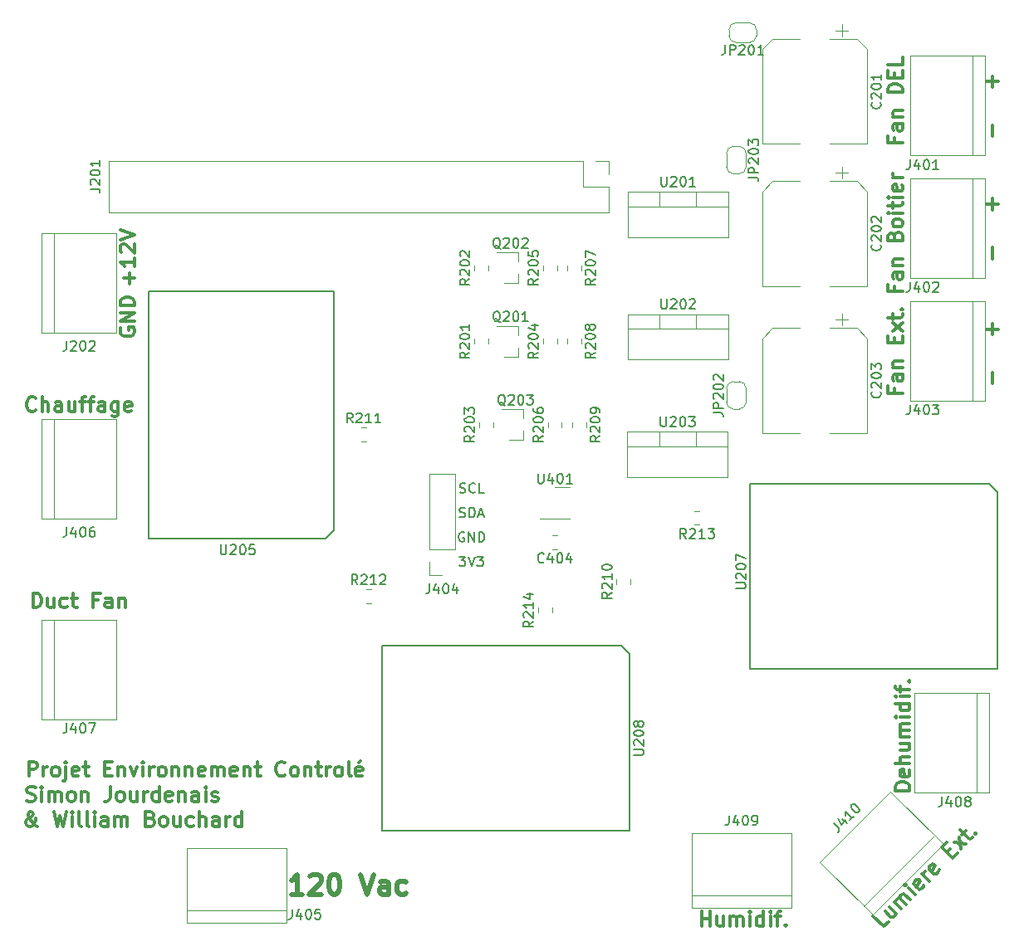
<source format=gbr>
G04 #@! TF.GenerationSoftware,KiCad,Pcbnew,(5.0.0)*
G04 #@! TF.CreationDate,2021-03-23T16:32:05-04:00*
G04 #@! TF.ProjectId,Projet_ControlledEnvironment,50726F6A65745F436F6E74726F6C6C65,1.0*
G04 #@! TF.SameCoordinates,Original*
G04 #@! TF.FileFunction,Legend,Top*
G04 #@! TF.FilePolarity,Positive*
%FSLAX46Y46*%
G04 Gerber Fmt 4.6, Leading zero omitted, Abs format (unit mm)*
G04 Created by KiCad (PCBNEW (5.0.0)) date 03/23/21 16:32:05*
%MOMM*%
%LPD*%
G01*
G04 APERTURE LIST*
%ADD10C,0.300000*%
%ADD11C,0.200000*%
%ADD12C,0.375000*%
%ADD13C,0.500000*%
%ADD14C,0.120000*%
%ADD15C,0.150000*%
G04 APERTURE END LIST*
D10*
X199107142Y-88821428D02*
X199107142Y-87678571D01*
X199678571Y-88250000D02*
X198535714Y-88250000D01*
X199107142Y-93821428D02*
X199107142Y-92678571D01*
X199107142Y-76071428D02*
X199107142Y-74928571D01*
X199678571Y-75500000D02*
X198535714Y-75500000D01*
X199107142Y-81071428D02*
X199107142Y-79928571D01*
X199107142Y-68571428D02*
X199107142Y-67428571D01*
X199107142Y-63571428D02*
X199107142Y-62428571D01*
X199678571Y-63000000D02*
X198535714Y-63000000D01*
D11*
X144809523Y-104904761D02*
X144952380Y-104952380D01*
X145190476Y-104952380D01*
X145285714Y-104904761D01*
X145333333Y-104857142D01*
X145380952Y-104761904D01*
X145380952Y-104666666D01*
X145333333Y-104571428D01*
X145285714Y-104523809D01*
X145190476Y-104476190D01*
X145000000Y-104428571D01*
X144904761Y-104380952D01*
X144857142Y-104333333D01*
X144809523Y-104238095D01*
X144809523Y-104142857D01*
X144857142Y-104047619D01*
X144904761Y-104000000D01*
X145000000Y-103952380D01*
X145238095Y-103952380D01*
X145380952Y-104000000D01*
X146380952Y-104857142D02*
X146333333Y-104904761D01*
X146190476Y-104952380D01*
X146095238Y-104952380D01*
X145952380Y-104904761D01*
X145857142Y-104809523D01*
X145809523Y-104714285D01*
X145761904Y-104523809D01*
X145761904Y-104380952D01*
X145809523Y-104190476D01*
X145857142Y-104095238D01*
X145952380Y-104000000D01*
X146095238Y-103952380D01*
X146190476Y-103952380D01*
X146333333Y-104000000D01*
X146380952Y-104047619D01*
X147285714Y-104952380D02*
X146809523Y-104952380D01*
X146809523Y-103952380D01*
X144785714Y-107404761D02*
X144928571Y-107452380D01*
X145166666Y-107452380D01*
X145261904Y-107404761D01*
X145309523Y-107357142D01*
X145357142Y-107261904D01*
X145357142Y-107166666D01*
X145309523Y-107071428D01*
X145261904Y-107023809D01*
X145166666Y-106976190D01*
X144976190Y-106928571D01*
X144880952Y-106880952D01*
X144833333Y-106833333D01*
X144785714Y-106738095D01*
X144785714Y-106642857D01*
X144833333Y-106547619D01*
X144880952Y-106500000D01*
X144976190Y-106452380D01*
X145214285Y-106452380D01*
X145357142Y-106500000D01*
X145785714Y-107452380D02*
X145785714Y-106452380D01*
X146023809Y-106452380D01*
X146166666Y-106500000D01*
X146261904Y-106595238D01*
X146309523Y-106690476D01*
X146357142Y-106880952D01*
X146357142Y-107023809D01*
X146309523Y-107214285D01*
X146261904Y-107309523D01*
X146166666Y-107404761D01*
X146023809Y-107452380D01*
X145785714Y-107452380D01*
X146738095Y-107166666D02*
X147214285Y-107166666D01*
X146642857Y-107452380D02*
X146976190Y-106452380D01*
X147309523Y-107452380D01*
X145238095Y-109000000D02*
X145142857Y-108952380D01*
X145000000Y-108952380D01*
X144857142Y-109000000D01*
X144761904Y-109095238D01*
X144714285Y-109190476D01*
X144666666Y-109380952D01*
X144666666Y-109523809D01*
X144714285Y-109714285D01*
X144761904Y-109809523D01*
X144857142Y-109904761D01*
X145000000Y-109952380D01*
X145095238Y-109952380D01*
X145238095Y-109904761D01*
X145285714Y-109857142D01*
X145285714Y-109523809D01*
X145095238Y-109523809D01*
X145714285Y-109952380D02*
X145714285Y-108952380D01*
X146285714Y-109952380D01*
X146285714Y-108952380D01*
X146761904Y-109952380D02*
X146761904Y-108952380D01*
X147000000Y-108952380D01*
X147142857Y-109000000D01*
X147238095Y-109095238D01*
X147285714Y-109190476D01*
X147333333Y-109380952D01*
X147333333Y-109523809D01*
X147285714Y-109714285D01*
X147238095Y-109809523D01*
X147142857Y-109904761D01*
X147000000Y-109952380D01*
X146761904Y-109952380D01*
X144761904Y-111452380D02*
X145380952Y-111452380D01*
X145047619Y-111833333D01*
X145190476Y-111833333D01*
X145285714Y-111880952D01*
X145333333Y-111928571D01*
X145380952Y-112023809D01*
X145380952Y-112261904D01*
X145333333Y-112357142D01*
X145285714Y-112404761D01*
X145190476Y-112452380D01*
X144904761Y-112452380D01*
X144809523Y-112404761D01*
X144761904Y-112357142D01*
X145666666Y-111452380D02*
X146000000Y-112452380D01*
X146333333Y-111452380D01*
X146571428Y-111452380D02*
X147190476Y-111452380D01*
X146857142Y-111833333D01*
X147000000Y-111833333D01*
X147095238Y-111880952D01*
X147142857Y-111928571D01*
X147190476Y-112023809D01*
X147190476Y-112261904D01*
X147142857Y-112357142D01*
X147095238Y-112404761D01*
X147000000Y-112452380D01*
X146714285Y-112452380D01*
X146619047Y-112404761D01*
X146571428Y-112357142D01*
D10*
X100857142Y-133878571D02*
X100857142Y-132378571D01*
X101428571Y-132378571D01*
X101571428Y-132450000D01*
X101642857Y-132521428D01*
X101714285Y-132664285D01*
X101714285Y-132878571D01*
X101642857Y-133021428D01*
X101571428Y-133092857D01*
X101428571Y-133164285D01*
X100857142Y-133164285D01*
X102357142Y-133878571D02*
X102357142Y-132878571D01*
X102357142Y-133164285D02*
X102428571Y-133021428D01*
X102500000Y-132950000D01*
X102642857Y-132878571D01*
X102785714Y-132878571D01*
X103500000Y-133878571D02*
X103357142Y-133807142D01*
X103285714Y-133735714D01*
X103214285Y-133592857D01*
X103214285Y-133164285D01*
X103285714Y-133021428D01*
X103357142Y-132950000D01*
X103500000Y-132878571D01*
X103714285Y-132878571D01*
X103857142Y-132950000D01*
X103928571Y-133021428D01*
X104000000Y-133164285D01*
X104000000Y-133592857D01*
X103928571Y-133735714D01*
X103857142Y-133807142D01*
X103714285Y-133878571D01*
X103500000Y-133878571D01*
X104642857Y-132878571D02*
X104642857Y-134164285D01*
X104571428Y-134307142D01*
X104428571Y-134378571D01*
X104357142Y-134378571D01*
X104642857Y-132378571D02*
X104571428Y-132450000D01*
X104642857Y-132521428D01*
X104714285Y-132450000D01*
X104642857Y-132378571D01*
X104642857Y-132521428D01*
X105928571Y-133807142D02*
X105785714Y-133878571D01*
X105500000Y-133878571D01*
X105357142Y-133807142D01*
X105285714Y-133664285D01*
X105285714Y-133092857D01*
X105357142Y-132950000D01*
X105500000Y-132878571D01*
X105785714Y-132878571D01*
X105928571Y-132950000D01*
X106000000Y-133092857D01*
X106000000Y-133235714D01*
X105285714Y-133378571D01*
X106428571Y-132878571D02*
X107000000Y-132878571D01*
X106642857Y-132378571D02*
X106642857Y-133664285D01*
X106714285Y-133807142D01*
X106857142Y-133878571D01*
X107000000Y-133878571D01*
X108642857Y-133092857D02*
X109142857Y-133092857D01*
X109357142Y-133878571D02*
X108642857Y-133878571D01*
X108642857Y-132378571D01*
X109357142Y-132378571D01*
X110000000Y-132878571D02*
X110000000Y-133878571D01*
X110000000Y-133021428D02*
X110071428Y-132950000D01*
X110214285Y-132878571D01*
X110428571Y-132878571D01*
X110571428Y-132950000D01*
X110642857Y-133092857D01*
X110642857Y-133878571D01*
X111214285Y-132878571D02*
X111571428Y-133878571D01*
X111928571Y-132878571D01*
X112500000Y-133878571D02*
X112500000Y-132878571D01*
X112500000Y-132378571D02*
X112428571Y-132450000D01*
X112500000Y-132521428D01*
X112571428Y-132450000D01*
X112500000Y-132378571D01*
X112500000Y-132521428D01*
X113214285Y-133878571D02*
X113214285Y-132878571D01*
X113214285Y-133164285D02*
X113285714Y-133021428D01*
X113357142Y-132950000D01*
X113500000Y-132878571D01*
X113642857Y-132878571D01*
X114357142Y-133878571D02*
X114214285Y-133807142D01*
X114142857Y-133735714D01*
X114071428Y-133592857D01*
X114071428Y-133164285D01*
X114142857Y-133021428D01*
X114214285Y-132950000D01*
X114357142Y-132878571D01*
X114571428Y-132878571D01*
X114714285Y-132950000D01*
X114785714Y-133021428D01*
X114857142Y-133164285D01*
X114857142Y-133592857D01*
X114785714Y-133735714D01*
X114714285Y-133807142D01*
X114571428Y-133878571D01*
X114357142Y-133878571D01*
X115500000Y-132878571D02*
X115500000Y-133878571D01*
X115500000Y-133021428D02*
X115571428Y-132950000D01*
X115714285Y-132878571D01*
X115928571Y-132878571D01*
X116071428Y-132950000D01*
X116142857Y-133092857D01*
X116142857Y-133878571D01*
X116857142Y-132878571D02*
X116857142Y-133878571D01*
X116857142Y-133021428D02*
X116928571Y-132950000D01*
X117071428Y-132878571D01*
X117285714Y-132878571D01*
X117428571Y-132950000D01*
X117500000Y-133092857D01*
X117500000Y-133878571D01*
X118785714Y-133807142D02*
X118642857Y-133878571D01*
X118357142Y-133878571D01*
X118214285Y-133807142D01*
X118142857Y-133664285D01*
X118142857Y-133092857D01*
X118214285Y-132950000D01*
X118357142Y-132878571D01*
X118642857Y-132878571D01*
X118785714Y-132950000D01*
X118857142Y-133092857D01*
X118857142Y-133235714D01*
X118142857Y-133378571D01*
X119500000Y-133878571D02*
X119500000Y-132878571D01*
X119500000Y-133021428D02*
X119571428Y-132950000D01*
X119714285Y-132878571D01*
X119928571Y-132878571D01*
X120071428Y-132950000D01*
X120142857Y-133092857D01*
X120142857Y-133878571D01*
X120142857Y-133092857D02*
X120214285Y-132950000D01*
X120357142Y-132878571D01*
X120571428Y-132878571D01*
X120714285Y-132950000D01*
X120785714Y-133092857D01*
X120785714Y-133878571D01*
X122071428Y-133807142D02*
X121928571Y-133878571D01*
X121642857Y-133878571D01*
X121500000Y-133807142D01*
X121428571Y-133664285D01*
X121428571Y-133092857D01*
X121500000Y-132950000D01*
X121642857Y-132878571D01*
X121928571Y-132878571D01*
X122071428Y-132950000D01*
X122142857Y-133092857D01*
X122142857Y-133235714D01*
X121428571Y-133378571D01*
X122785714Y-132878571D02*
X122785714Y-133878571D01*
X122785714Y-133021428D02*
X122857142Y-132950000D01*
X123000000Y-132878571D01*
X123214285Y-132878571D01*
X123357142Y-132950000D01*
X123428571Y-133092857D01*
X123428571Y-133878571D01*
X123928571Y-132878571D02*
X124500000Y-132878571D01*
X124142857Y-132378571D02*
X124142857Y-133664285D01*
X124214285Y-133807142D01*
X124357142Y-133878571D01*
X124500000Y-133878571D01*
X127000000Y-133735714D02*
X126928571Y-133807142D01*
X126714285Y-133878571D01*
X126571428Y-133878571D01*
X126357142Y-133807142D01*
X126214285Y-133664285D01*
X126142857Y-133521428D01*
X126071428Y-133235714D01*
X126071428Y-133021428D01*
X126142857Y-132735714D01*
X126214285Y-132592857D01*
X126357142Y-132450000D01*
X126571428Y-132378571D01*
X126714285Y-132378571D01*
X126928571Y-132450000D01*
X127000000Y-132521428D01*
X127857142Y-133878571D02*
X127714285Y-133807142D01*
X127642857Y-133735714D01*
X127571428Y-133592857D01*
X127571428Y-133164285D01*
X127642857Y-133021428D01*
X127714285Y-132950000D01*
X127857142Y-132878571D01*
X128071428Y-132878571D01*
X128214285Y-132950000D01*
X128285714Y-133021428D01*
X128357142Y-133164285D01*
X128357142Y-133592857D01*
X128285714Y-133735714D01*
X128214285Y-133807142D01*
X128071428Y-133878571D01*
X127857142Y-133878571D01*
X129000000Y-132878571D02*
X129000000Y-133878571D01*
X129000000Y-133021428D02*
X129071428Y-132950000D01*
X129214285Y-132878571D01*
X129428571Y-132878571D01*
X129571428Y-132950000D01*
X129642857Y-133092857D01*
X129642857Y-133878571D01*
X130142857Y-132878571D02*
X130714285Y-132878571D01*
X130357142Y-132378571D02*
X130357142Y-133664285D01*
X130428571Y-133807142D01*
X130571428Y-133878571D01*
X130714285Y-133878571D01*
X131214285Y-133878571D02*
X131214285Y-132878571D01*
X131214285Y-133164285D02*
X131285714Y-133021428D01*
X131357142Y-132950000D01*
X131500000Y-132878571D01*
X131642857Y-132878571D01*
X132357142Y-133878571D02*
X132214285Y-133807142D01*
X132142857Y-133735714D01*
X132071428Y-133592857D01*
X132071428Y-133164285D01*
X132142857Y-133021428D01*
X132214285Y-132950000D01*
X132357142Y-132878571D01*
X132571428Y-132878571D01*
X132714285Y-132950000D01*
X132785714Y-133021428D01*
X132857142Y-133164285D01*
X132857142Y-133592857D01*
X132785714Y-133735714D01*
X132714285Y-133807142D01*
X132571428Y-133878571D01*
X132357142Y-133878571D01*
X133714285Y-133878571D02*
X133571428Y-133807142D01*
X133500000Y-133664285D01*
X133500000Y-132378571D01*
X134857142Y-133807142D02*
X134714285Y-133878571D01*
X134428571Y-133878571D01*
X134285714Y-133807142D01*
X134214285Y-133664285D01*
X134214285Y-133092857D01*
X134285714Y-132950000D01*
X134428571Y-132878571D01*
X134714285Y-132878571D01*
X134857142Y-132950000D01*
X134928571Y-133092857D01*
X134928571Y-133235714D01*
X134214285Y-133378571D01*
X134714285Y-132307142D02*
X134500000Y-132521428D01*
X100678571Y-136357142D02*
X100892857Y-136428571D01*
X101249999Y-136428571D01*
X101392857Y-136357142D01*
X101464285Y-136285714D01*
X101535714Y-136142857D01*
X101535714Y-136000000D01*
X101464285Y-135857142D01*
X101392857Y-135785714D01*
X101249999Y-135714285D01*
X100964285Y-135642857D01*
X100821428Y-135571428D01*
X100749999Y-135500000D01*
X100678571Y-135357142D01*
X100678571Y-135214285D01*
X100749999Y-135071428D01*
X100821428Y-135000000D01*
X100964285Y-134928571D01*
X101321428Y-134928571D01*
X101535714Y-135000000D01*
X102178571Y-136428571D02*
X102178571Y-135428571D01*
X102178571Y-134928571D02*
X102107142Y-135000000D01*
X102178571Y-135071428D01*
X102249999Y-135000000D01*
X102178571Y-134928571D01*
X102178571Y-135071428D01*
X102892857Y-136428571D02*
X102892857Y-135428571D01*
X102892857Y-135571428D02*
X102964285Y-135500000D01*
X103107142Y-135428571D01*
X103321428Y-135428571D01*
X103464285Y-135500000D01*
X103535714Y-135642857D01*
X103535714Y-136428571D01*
X103535714Y-135642857D02*
X103607142Y-135500000D01*
X103749999Y-135428571D01*
X103964285Y-135428571D01*
X104107142Y-135500000D01*
X104178571Y-135642857D01*
X104178571Y-136428571D01*
X105107142Y-136428571D02*
X104964285Y-136357142D01*
X104892857Y-136285714D01*
X104821428Y-136142857D01*
X104821428Y-135714285D01*
X104892857Y-135571428D01*
X104964285Y-135500000D01*
X105107142Y-135428571D01*
X105321428Y-135428571D01*
X105464285Y-135500000D01*
X105535714Y-135571428D01*
X105607142Y-135714285D01*
X105607142Y-136142857D01*
X105535714Y-136285714D01*
X105464285Y-136357142D01*
X105321428Y-136428571D01*
X105107142Y-136428571D01*
X106249999Y-135428571D02*
X106249999Y-136428571D01*
X106249999Y-135571428D02*
X106321428Y-135500000D01*
X106464285Y-135428571D01*
X106678571Y-135428571D01*
X106821428Y-135500000D01*
X106892857Y-135642857D01*
X106892857Y-136428571D01*
X109178571Y-134928571D02*
X109178571Y-136000000D01*
X109107142Y-136214285D01*
X108964285Y-136357142D01*
X108749999Y-136428571D01*
X108607142Y-136428571D01*
X110107142Y-136428571D02*
X109964285Y-136357142D01*
X109892857Y-136285714D01*
X109821428Y-136142857D01*
X109821428Y-135714285D01*
X109892857Y-135571428D01*
X109964285Y-135500000D01*
X110107142Y-135428571D01*
X110321428Y-135428571D01*
X110464285Y-135500000D01*
X110535714Y-135571428D01*
X110607142Y-135714285D01*
X110607142Y-136142857D01*
X110535714Y-136285714D01*
X110464285Y-136357142D01*
X110321428Y-136428571D01*
X110107142Y-136428571D01*
X111892857Y-135428571D02*
X111892857Y-136428571D01*
X111249999Y-135428571D02*
X111249999Y-136214285D01*
X111321428Y-136357142D01*
X111464285Y-136428571D01*
X111678571Y-136428571D01*
X111821428Y-136357142D01*
X111892857Y-136285714D01*
X112607142Y-136428571D02*
X112607142Y-135428571D01*
X112607142Y-135714285D02*
X112678571Y-135571428D01*
X112749999Y-135500000D01*
X112892857Y-135428571D01*
X113035714Y-135428571D01*
X114178571Y-136428571D02*
X114178571Y-134928571D01*
X114178571Y-136357142D02*
X114035714Y-136428571D01*
X113749999Y-136428571D01*
X113607142Y-136357142D01*
X113535714Y-136285714D01*
X113464285Y-136142857D01*
X113464285Y-135714285D01*
X113535714Y-135571428D01*
X113607142Y-135500000D01*
X113749999Y-135428571D01*
X114035714Y-135428571D01*
X114178571Y-135500000D01*
X115464285Y-136357142D02*
X115321428Y-136428571D01*
X115035714Y-136428571D01*
X114892857Y-136357142D01*
X114821428Y-136214285D01*
X114821428Y-135642857D01*
X114892857Y-135500000D01*
X115035714Y-135428571D01*
X115321428Y-135428571D01*
X115464285Y-135500000D01*
X115535714Y-135642857D01*
X115535714Y-135785714D01*
X114821428Y-135928571D01*
X116178571Y-135428571D02*
X116178571Y-136428571D01*
X116178571Y-135571428D02*
X116249999Y-135500000D01*
X116392857Y-135428571D01*
X116607142Y-135428571D01*
X116749999Y-135500000D01*
X116821428Y-135642857D01*
X116821428Y-136428571D01*
X118178571Y-136428571D02*
X118178571Y-135642857D01*
X118107142Y-135500000D01*
X117964285Y-135428571D01*
X117678571Y-135428571D01*
X117535714Y-135500000D01*
X118178571Y-136357142D02*
X118035714Y-136428571D01*
X117678571Y-136428571D01*
X117535714Y-136357142D01*
X117464285Y-136214285D01*
X117464285Y-136071428D01*
X117535714Y-135928571D01*
X117678571Y-135857142D01*
X118035714Y-135857142D01*
X118178571Y-135785714D01*
X118892857Y-136428571D02*
X118892857Y-135428571D01*
X118892857Y-134928571D02*
X118821428Y-135000000D01*
X118892857Y-135071428D01*
X118964285Y-135000000D01*
X118892857Y-134928571D01*
X118892857Y-135071428D01*
X119535714Y-136357142D02*
X119678571Y-136428571D01*
X119964285Y-136428571D01*
X120107142Y-136357142D01*
X120178571Y-136214285D01*
X120178571Y-136142857D01*
X120107142Y-136000000D01*
X119964285Y-135928571D01*
X119749999Y-135928571D01*
X119607142Y-135857142D01*
X119535714Y-135714285D01*
X119535714Y-135642857D01*
X119607142Y-135500000D01*
X119749999Y-135428571D01*
X119964285Y-135428571D01*
X120107142Y-135500000D01*
X101785714Y-138978571D02*
X101714285Y-138978571D01*
X101571428Y-138907142D01*
X101357142Y-138692857D01*
X101000000Y-138264285D01*
X100857142Y-138050000D01*
X100785714Y-137835714D01*
X100785714Y-137692857D01*
X100857142Y-137550000D01*
X101000000Y-137478571D01*
X101071428Y-137478571D01*
X101214285Y-137550000D01*
X101285714Y-137692857D01*
X101285714Y-137764285D01*
X101214285Y-137907142D01*
X101142857Y-137978571D01*
X100714285Y-138264285D01*
X100642857Y-138335714D01*
X100571428Y-138478571D01*
X100571428Y-138692857D01*
X100642857Y-138835714D01*
X100714285Y-138907142D01*
X100857142Y-138978571D01*
X101071428Y-138978571D01*
X101214285Y-138907142D01*
X101285714Y-138835714D01*
X101500000Y-138550000D01*
X101571428Y-138335714D01*
X101571428Y-138192857D01*
X103428571Y-137478571D02*
X103785714Y-138978571D01*
X104071428Y-137907142D01*
X104357142Y-138978571D01*
X104714285Y-137478571D01*
X105285714Y-138978571D02*
X105285714Y-137978571D01*
X105285714Y-137478571D02*
X105214285Y-137550000D01*
X105285714Y-137621428D01*
X105357142Y-137550000D01*
X105285714Y-137478571D01*
X105285714Y-137621428D01*
X106214285Y-138978571D02*
X106071428Y-138907142D01*
X106000000Y-138764285D01*
X106000000Y-137478571D01*
X107000000Y-138978571D02*
X106857142Y-138907142D01*
X106785714Y-138764285D01*
X106785714Y-137478571D01*
X107571428Y-138978571D02*
X107571428Y-137978571D01*
X107571428Y-137478571D02*
X107500000Y-137550000D01*
X107571428Y-137621428D01*
X107642857Y-137550000D01*
X107571428Y-137478571D01*
X107571428Y-137621428D01*
X108928571Y-138978571D02*
X108928571Y-138192857D01*
X108857142Y-138050000D01*
X108714285Y-137978571D01*
X108428571Y-137978571D01*
X108285714Y-138050000D01*
X108928571Y-138907142D02*
X108785714Y-138978571D01*
X108428571Y-138978571D01*
X108285714Y-138907142D01*
X108214285Y-138764285D01*
X108214285Y-138621428D01*
X108285714Y-138478571D01*
X108428571Y-138407142D01*
X108785714Y-138407142D01*
X108928571Y-138335714D01*
X109642857Y-138978571D02*
X109642857Y-137978571D01*
X109642857Y-138121428D02*
X109714285Y-138050000D01*
X109857142Y-137978571D01*
X110071428Y-137978571D01*
X110214285Y-138050000D01*
X110285714Y-138192857D01*
X110285714Y-138978571D01*
X110285714Y-138192857D02*
X110357142Y-138050000D01*
X110500000Y-137978571D01*
X110714285Y-137978571D01*
X110857142Y-138050000D01*
X110928571Y-138192857D01*
X110928571Y-138978571D01*
X113285714Y-138192857D02*
X113500000Y-138264285D01*
X113571428Y-138335714D01*
X113642857Y-138478571D01*
X113642857Y-138692857D01*
X113571428Y-138835714D01*
X113500000Y-138907142D01*
X113357142Y-138978571D01*
X112785714Y-138978571D01*
X112785714Y-137478571D01*
X113285714Y-137478571D01*
X113428571Y-137550000D01*
X113500000Y-137621428D01*
X113571428Y-137764285D01*
X113571428Y-137907142D01*
X113500000Y-138050000D01*
X113428571Y-138121428D01*
X113285714Y-138192857D01*
X112785714Y-138192857D01*
X114500000Y-138978571D02*
X114357142Y-138907142D01*
X114285714Y-138835714D01*
X114214285Y-138692857D01*
X114214285Y-138264285D01*
X114285714Y-138121428D01*
X114357142Y-138050000D01*
X114500000Y-137978571D01*
X114714285Y-137978571D01*
X114857142Y-138050000D01*
X114928571Y-138121428D01*
X115000000Y-138264285D01*
X115000000Y-138692857D01*
X114928571Y-138835714D01*
X114857142Y-138907142D01*
X114714285Y-138978571D01*
X114500000Y-138978571D01*
X116285714Y-137978571D02*
X116285714Y-138978571D01*
X115642857Y-137978571D02*
X115642857Y-138764285D01*
X115714285Y-138907142D01*
X115857142Y-138978571D01*
X116071428Y-138978571D01*
X116214285Y-138907142D01*
X116285714Y-138835714D01*
X117642857Y-138907142D02*
X117500000Y-138978571D01*
X117214285Y-138978571D01*
X117071428Y-138907142D01*
X117000000Y-138835714D01*
X116928571Y-138692857D01*
X116928571Y-138264285D01*
X117000000Y-138121428D01*
X117071428Y-138050000D01*
X117214285Y-137978571D01*
X117500000Y-137978571D01*
X117642857Y-138050000D01*
X118285714Y-138978571D02*
X118285714Y-137478571D01*
X118928571Y-138978571D02*
X118928571Y-138192857D01*
X118857142Y-138050000D01*
X118714285Y-137978571D01*
X118500000Y-137978571D01*
X118357142Y-138050000D01*
X118285714Y-138121428D01*
X120285714Y-138978571D02*
X120285714Y-138192857D01*
X120214285Y-138050000D01*
X120071428Y-137978571D01*
X119785714Y-137978571D01*
X119642857Y-138050000D01*
X120285714Y-138907142D02*
X120142857Y-138978571D01*
X119785714Y-138978571D01*
X119642857Y-138907142D01*
X119571428Y-138764285D01*
X119571428Y-138621428D01*
X119642857Y-138478571D01*
X119785714Y-138407142D01*
X120142857Y-138407142D01*
X120285714Y-138335714D01*
X121000000Y-138978571D02*
X121000000Y-137978571D01*
X121000000Y-138264285D02*
X121071428Y-138121428D01*
X121142857Y-138050000D01*
X121285714Y-137978571D01*
X121428571Y-137978571D01*
X122571428Y-138978571D02*
X122571428Y-137478571D01*
X122571428Y-138907142D02*
X122428571Y-138978571D01*
X122142857Y-138978571D01*
X122000000Y-138907142D01*
X121928571Y-138835714D01*
X121857142Y-138692857D01*
X121857142Y-138264285D01*
X121928571Y-138121428D01*
X122000000Y-138050000D01*
X122142857Y-137978571D01*
X122428571Y-137978571D01*
X122571428Y-138050000D01*
X189142857Y-68750000D02*
X189142857Y-69250000D01*
X189928571Y-69250000D02*
X188428571Y-69250000D01*
X188428571Y-68535714D01*
X189928571Y-67321428D02*
X189142857Y-67321428D01*
X189000000Y-67392857D01*
X188928571Y-67535714D01*
X188928571Y-67821428D01*
X189000000Y-67964285D01*
X189857142Y-67321428D02*
X189928571Y-67464285D01*
X189928571Y-67821428D01*
X189857142Y-67964285D01*
X189714285Y-68035714D01*
X189571428Y-68035714D01*
X189428571Y-67964285D01*
X189357142Y-67821428D01*
X189357142Y-67464285D01*
X189285714Y-67321428D01*
X188928571Y-66607142D02*
X189928571Y-66607142D01*
X189071428Y-66607142D02*
X189000000Y-66535714D01*
X188928571Y-66392857D01*
X188928571Y-66178571D01*
X189000000Y-66035714D01*
X189142857Y-65964285D01*
X189928571Y-65964285D01*
X189928571Y-64107142D02*
X188428571Y-64107142D01*
X188428571Y-63750000D01*
X188500000Y-63535714D01*
X188642857Y-63392857D01*
X188785714Y-63321428D01*
X189071428Y-63250000D01*
X189285714Y-63250000D01*
X189571428Y-63321428D01*
X189714285Y-63392857D01*
X189857142Y-63535714D01*
X189928571Y-63750000D01*
X189928571Y-64107142D01*
X189142857Y-62607142D02*
X189142857Y-62107142D01*
X189928571Y-61892857D02*
X189928571Y-62607142D01*
X188428571Y-62607142D01*
X188428571Y-61892857D01*
X189928571Y-60535714D02*
X189928571Y-61250000D01*
X188428571Y-61250000D01*
X189142857Y-83892857D02*
X189142857Y-84392857D01*
X189928571Y-84392857D02*
X188428571Y-84392857D01*
X188428571Y-83678571D01*
X189928571Y-82464285D02*
X189142857Y-82464285D01*
X189000000Y-82535714D01*
X188928571Y-82678571D01*
X188928571Y-82964285D01*
X189000000Y-83107142D01*
X189857142Y-82464285D02*
X189928571Y-82607142D01*
X189928571Y-82964285D01*
X189857142Y-83107142D01*
X189714285Y-83178571D01*
X189571428Y-83178571D01*
X189428571Y-83107142D01*
X189357142Y-82964285D01*
X189357142Y-82607142D01*
X189285714Y-82464285D01*
X188928571Y-81750000D02*
X189928571Y-81750000D01*
X189071428Y-81750000D02*
X189000000Y-81678571D01*
X188928571Y-81535714D01*
X188928571Y-81321428D01*
X189000000Y-81178571D01*
X189142857Y-81107142D01*
X189928571Y-81107142D01*
X189142857Y-78750000D02*
X189214285Y-78535714D01*
X189285714Y-78464285D01*
X189428571Y-78392857D01*
X189642857Y-78392857D01*
X189785714Y-78464285D01*
X189857142Y-78535714D01*
X189928571Y-78678571D01*
X189928571Y-79250000D01*
X188428571Y-79250000D01*
X188428571Y-78750000D01*
X188500000Y-78607142D01*
X188571428Y-78535714D01*
X188714285Y-78464285D01*
X188857142Y-78464285D01*
X189000000Y-78535714D01*
X189071428Y-78607142D01*
X189142857Y-78750000D01*
X189142857Y-79250000D01*
X189928571Y-77535714D02*
X189857142Y-77678571D01*
X189785714Y-77750000D01*
X189642857Y-77821428D01*
X189214285Y-77821428D01*
X189071428Y-77750000D01*
X189000000Y-77678571D01*
X188928571Y-77535714D01*
X188928571Y-77321428D01*
X189000000Y-77178571D01*
X189071428Y-77107142D01*
X189214285Y-77035714D01*
X189642857Y-77035714D01*
X189785714Y-77107142D01*
X189857142Y-77178571D01*
X189928571Y-77321428D01*
X189928571Y-77535714D01*
X189928571Y-76392857D02*
X188928571Y-76392857D01*
X188428571Y-76392857D02*
X188500000Y-76464285D01*
X188571428Y-76392857D01*
X188500000Y-76321428D01*
X188428571Y-76392857D01*
X188571428Y-76392857D01*
X188928571Y-75892857D02*
X188928571Y-75321428D01*
X188428571Y-75678571D02*
X189714285Y-75678571D01*
X189857142Y-75607142D01*
X189928571Y-75464285D01*
X189928571Y-75321428D01*
X189928571Y-74821428D02*
X188928571Y-74821428D01*
X188428571Y-74821428D02*
X188500000Y-74892857D01*
X188571428Y-74821428D01*
X188500000Y-74750000D01*
X188428571Y-74821428D01*
X188571428Y-74821428D01*
X189857142Y-73535714D02*
X189928571Y-73678571D01*
X189928571Y-73964285D01*
X189857142Y-74107142D01*
X189714285Y-74178571D01*
X189142857Y-74178571D01*
X189000000Y-74107142D01*
X188928571Y-73964285D01*
X188928571Y-73678571D01*
X189000000Y-73535714D01*
X189142857Y-73464285D01*
X189285714Y-73464285D01*
X189428571Y-74178571D01*
X189928571Y-72821428D02*
X188928571Y-72821428D01*
X189214285Y-72821428D02*
X189071428Y-72750000D01*
X189000000Y-72678571D01*
X188928571Y-72535714D01*
X188928571Y-72392857D01*
X189142857Y-94285714D02*
X189142857Y-94785714D01*
X189928571Y-94785714D02*
X188428571Y-94785714D01*
X188428571Y-94071428D01*
X189928571Y-92857142D02*
X189142857Y-92857142D01*
X189000000Y-92928571D01*
X188928571Y-93071428D01*
X188928571Y-93357142D01*
X189000000Y-93500000D01*
X189857142Y-92857142D02*
X189928571Y-93000000D01*
X189928571Y-93357142D01*
X189857142Y-93500000D01*
X189714285Y-93571428D01*
X189571428Y-93571428D01*
X189428571Y-93500000D01*
X189357142Y-93357142D01*
X189357142Y-93000000D01*
X189285714Y-92857142D01*
X188928571Y-92142857D02*
X189928571Y-92142857D01*
X189071428Y-92142857D02*
X189000000Y-92071428D01*
X188928571Y-91928571D01*
X188928571Y-91714285D01*
X189000000Y-91571428D01*
X189142857Y-91500000D01*
X189928571Y-91500000D01*
X189142857Y-89642857D02*
X189142857Y-89142857D01*
X189928571Y-88928571D02*
X189928571Y-89642857D01*
X188428571Y-89642857D01*
X188428571Y-88928571D01*
X189928571Y-88428571D02*
X188928571Y-87642857D01*
X188928571Y-88428571D02*
X189928571Y-87642857D01*
X188928571Y-87285714D02*
X188928571Y-86714285D01*
X188428571Y-87071428D02*
X189714285Y-87071428D01*
X189857142Y-87000000D01*
X189928571Y-86857142D01*
X189928571Y-86714285D01*
X189785714Y-86214285D02*
X189857142Y-86142857D01*
X189928571Y-86214285D01*
X189857142Y-86285714D01*
X189785714Y-86214285D01*
X189928571Y-86214285D01*
D12*
X190678571Y-135321428D02*
X189178571Y-135321428D01*
X189178571Y-134964285D01*
X189250000Y-134750000D01*
X189392857Y-134607142D01*
X189535714Y-134535714D01*
X189821428Y-134464285D01*
X190035714Y-134464285D01*
X190321428Y-134535714D01*
X190464285Y-134607142D01*
X190607142Y-134750000D01*
X190678571Y-134964285D01*
X190678571Y-135321428D01*
X190607142Y-133250000D02*
X190678571Y-133392857D01*
X190678571Y-133678571D01*
X190607142Y-133821428D01*
X190464285Y-133892857D01*
X189892857Y-133892857D01*
X189750000Y-133821428D01*
X189678571Y-133678571D01*
X189678571Y-133392857D01*
X189750000Y-133250000D01*
X189892857Y-133178571D01*
X190035714Y-133178571D01*
X190178571Y-133892857D01*
X190678571Y-132535714D02*
X189178571Y-132535714D01*
X190678571Y-131892857D02*
X189892857Y-131892857D01*
X189750000Y-131964285D01*
X189678571Y-132107142D01*
X189678571Y-132321428D01*
X189750000Y-132464285D01*
X189821428Y-132535714D01*
X189678571Y-130535714D02*
X190678571Y-130535714D01*
X189678571Y-131178571D02*
X190464285Y-131178571D01*
X190607142Y-131107142D01*
X190678571Y-130964285D01*
X190678571Y-130750000D01*
X190607142Y-130607142D01*
X190535714Y-130535714D01*
X190678571Y-129821428D02*
X189678571Y-129821428D01*
X189821428Y-129821428D02*
X189750000Y-129750000D01*
X189678571Y-129607142D01*
X189678571Y-129392857D01*
X189750000Y-129250000D01*
X189892857Y-129178571D01*
X190678571Y-129178571D01*
X189892857Y-129178571D02*
X189750000Y-129107142D01*
X189678571Y-128964285D01*
X189678571Y-128750000D01*
X189750000Y-128607142D01*
X189892857Y-128535714D01*
X190678571Y-128535714D01*
X190678571Y-127821428D02*
X189678571Y-127821428D01*
X189178571Y-127821428D02*
X189250000Y-127892857D01*
X189321428Y-127821428D01*
X189250000Y-127750000D01*
X189178571Y-127821428D01*
X189321428Y-127821428D01*
X190678571Y-126464285D02*
X189178571Y-126464285D01*
X190607142Y-126464285D02*
X190678571Y-126607142D01*
X190678571Y-126892857D01*
X190607142Y-127035714D01*
X190535714Y-127107142D01*
X190392857Y-127178571D01*
X189964285Y-127178571D01*
X189821428Y-127107142D01*
X189750000Y-127035714D01*
X189678571Y-126892857D01*
X189678571Y-126607142D01*
X189750000Y-126464285D01*
X190678571Y-125750000D02*
X189678571Y-125750000D01*
X189178571Y-125750000D02*
X189250000Y-125821428D01*
X189321428Y-125750000D01*
X189250000Y-125678571D01*
X189178571Y-125750000D01*
X189321428Y-125750000D01*
X189678571Y-125250000D02*
X189678571Y-124678571D01*
X190678571Y-125035714D02*
X189392857Y-125035714D01*
X189250000Y-124964285D01*
X189178571Y-124821428D01*
X189178571Y-124678571D01*
X190535714Y-124178571D02*
X190607142Y-124107142D01*
X190678571Y-124178571D01*
X190607142Y-124250000D01*
X190535714Y-124178571D01*
X190678571Y-124178571D01*
X188512435Y-148697209D02*
X188007359Y-149202285D01*
X186946699Y-148141625D01*
X188613450Y-147181980D02*
X189320557Y-147889087D01*
X188158882Y-147636549D02*
X188714466Y-148192133D01*
X188865988Y-148242640D01*
X189017511Y-148192133D01*
X189169034Y-148040610D01*
X189219542Y-147889087D01*
X189219542Y-147788072D01*
X189825633Y-147384011D02*
X189118527Y-146676904D01*
X189219542Y-146777919D02*
X189219542Y-146676904D01*
X189270049Y-146525381D01*
X189421572Y-146373858D01*
X189573095Y-146323350D01*
X189724618Y-146373858D01*
X190280202Y-146929442D01*
X189724618Y-146373858D02*
X189674111Y-146222335D01*
X189724618Y-146070812D01*
X189876141Y-145919289D01*
X190027664Y-145868782D01*
X190179187Y-145919289D01*
X190734771Y-146474873D01*
X191239847Y-145969797D02*
X190532740Y-145262690D01*
X190179187Y-144909137D02*
X190179187Y-145010152D01*
X190280202Y-145010152D01*
X190280202Y-144909137D01*
X190179187Y-144909137D01*
X190280202Y-145010152D01*
X192098477Y-145010152D02*
X192047969Y-145161675D01*
X191845938Y-145363705D01*
X191694416Y-145414213D01*
X191542893Y-145363705D01*
X191138832Y-144959644D01*
X191088324Y-144808122D01*
X191138832Y-144656599D01*
X191340862Y-144454568D01*
X191492385Y-144404061D01*
X191643908Y-144454568D01*
X191744923Y-144555583D01*
X191340862Y-145161675D01*
X192654061Y-144555583D02*
X191946954Y-143848477D01*
X192148984Y-144050507D02*
X192098477Y-143898984D01*
X192098477Y-143797969D01*
X192148984Y-143646446D01*
X192250000Y-143545431D01*
X193664213Y-143444416D02*
X193613705Y-143595938D01*
X193411675Y-143797969D01*
X193260152Y-143848477D01*
X193108629Y-143797969D01*
X192704568Y-143393908D01*
X192654061Y-143242385D01*
X192704568Y-143090862D01*
X192906599Y-142888832D01*
X193058122Y-142838324D01*
X193209644Y-142888832D01*
X193310660Y-142989847D01*
X192906599Y-143595938D01*
X194472335Y-141626141D02*
X194825888Y-141272588D01*
X195532995Y-141676649D02*
X195027919Y-142181725D01*
X193967259Y-141121065D01*
X194472335Y-140615988D01*
X195886549Y-141323095D02*
X195735026Y-140060405D01*
X195179442Y-140615988D02*
X196442133Y-140767511D01*
X195987564Y-139807866D02*
X196391625Y-139403805D01*
X195785533Y-139302790D02*
X196694671Y-140211927D01*
X196846194Y-140262435D01*
X196997716Y-140211927D01*
X197098732Y-140110912D01*
X197351270Y-139656344D02*
X197452285Y-139656344D01*
X197452285Y-139757359D01*
X197351270Y-139757359D01*
X197351270Y-139656344D01*
X197452285Y-139757359D01*
X169464285Y-149178571D02*
X169464285Y-147678571D01*
X169464285Y-148392857D02*
X170321428Y-148392857D01*
X170321428Y-149178571D02*
X170321428Y-147678571D01*
X171678571Y-148178571D02*
X171678571Y-149178571D01*
X171035714Y-148178571D02*
X171035714Y-148964285D01*
X171107142Y-149107142D01*
X171250000Y-149178571D01*
X171464285Y-149178571D01*
X171607142Y-149107142D01*
X171678571Y-149035714D01*
X172392857Y-149178571D02*
X172392857Y-148178571D01*
X172392857Y-148321428D02*
X172464285Y-148250000D01*
X172607142Y-148178571D01*
X172821428Y-148178571D01*
X172964285Y-148250000D01*
X173035714Y-148392857D01*
X173035714Y-149178571D01*
X173035714Y-148392857D02*
X173107142Y-148250000D01*
X173250000Y-148178571D01*
X173464285Y-148178571D01*
X173607142Y-148250000D01*
X173678571Y-148392857D01*
X173678571Y-149178571D01*
X174392857Y-149178571D02*
X174392857Y-148178571D01*
X174392857Y-147678571D02*
X174321428Y-147750000D01*
X174392857Y-147821428D01*
X174464285Y-147750000D01*
X174392857Y-147678571D01*
X174392857Y-147821428D01*
X175750000Y-149178571D02*
X175750000Y-147678571D01*
X175750000Y-149107142D02*
X175607142Y-149178571D01*
X175321428Y-149178571D01*
X175178571Y-149107142D01*
X175107142Y-149035714D01*
X175035714Y-148892857D01*
X175035714Y-148464285D01*
X175107142Y-148321428D01*
X175178571Y-148250000D01*
X175321428Y-148178571D01*
X175607142Y-148178571D01*
X175750000Y-148250000D01*
X176464285Y-149178571D02*
X176464285Y-148178571D01*
X176464285Y-147678571D02*
X176392857Y-147750000D01*
X176464285Y-147821428D01*
X176535714Y-147750000D01*
X176464285Y-147678571D01*
X176464285Y-147821428D01*
X176964285Y-148178571D02*
X177535714Y-148178571D01*
X177178571Y-149178571D02*
X177178571Y-147892857D01*
X177250000Y-147750000D01*
X177392857Y-147678571D01*
X177535714Y-147678571D01*
X178035714Y-149035714D02*
X178107142Y-149107142D01*
X178035714Y-149178571D01*
X177964285Y-149107142D01*
X178035714Y-149035714D01*
X178035714Y-149178571D01*
D10*
X111107142Y-83642857D02*
X111107142Y-82500000D01*
X111678571Y-83071428D02*
X110535714Y-83071428D01*
X111678571Y-81000000D02*
X111678571Y-81857142D01*
X111678571Y-81428571D02*
X110178571Y-81428571D01*
X110392857Y-81571428D01*
X110535714Y-81714285D01*
X110607142Y-81857142D01*
X110321428Y-80428571D02*
X110250000Y-80357142D01*
X110178571Y-80214285D01*
X110178571Y-79857142D01*
X110250000Y-79714285D01*
X110321428Y-79642857D01*
X110464285Y-79571428D01*
X110607142Y-79571428D01*
X110821428Y-79642857D01*
X111678571Y-80500000D01*
X111678571Y-79571428D01*
X110178571Y-79142857D02*
X111678571Y-78642857D01*
X110178571Y-78142857D01*
X110250000Y-88142857D02*
X110178571Y-88285714D01*
X110178571Y-88500000D01*
X110250000Y-88714285D01*
X110392857Y-88857142D01*
X110535714Y-88928571D01*
X110821428Y-89000000D01*
X111035714Y-89000000D01*
X111321428Y-88928571D01*
X111464285Y-88857142D01*
X111607142Y-88714285D01*
X111678571Y-88500000D01*
X111678571Y-88357142D01*
X111607142Y-88142857D01*
X111535714Y-88071428D01*
X111035714Y-88071428D01*
X111035714Y-88357142D01*
X111678571Y-87428571D02*
X110178571Y-87428571D01*
X111678571Y-86571428D01*
X110178571Y-86571428D01*
X111678571Y-85857142D02*
X110178571Y-85857142D01*
X110178571Y-85500000D01*
X110250000Y-85285714D01*
X110392857Y-85142857D01*
X110535714Y-85071428D01*
X110821428Y-85000000D01*
X111035714Y-85000000D01*
X111321428Y-85071428D01*
X111464285Y-85142857D01*
X111607142Y-85285714D01*
X111678571Y-85500000D01*
X111678571Y-85857142D01*
D12*
X101571428Y-96535714D02*
X101500000Y-96607142D01*
X101285714Y-96678571D01*
X101142857Y-96678571D01*
X100928571Y-96607142D01*
X100785714Y-96464285D01*
X100714285Y-96321428D01*
X100642857Y-96035714D01*
X100642857Y-95821428D01*
X100714285Y-95535714D01*
X100785714Y-95392857D01*
X100928571Y-95250000D01*
X101142857Y-95178571D01*
X101285714Y-95178571D01*
X101500000Y-95250000D01*
X101571428Y-95321428D01*
X102214285Y-96678571D02*
X102214285Y-95178571D01*
X102857142Y-96678571D02*
X102857142Y-95892857D01*
X102785714Y-95750000D01*
X102642857Y-95678571D01*
X102428571Y-95678571D01*
X102285714Y-95750000D01*
X102214285Y-95821428D01*
X104214285Y-96678571D02*
X104214285Y-95892857D01*
X104142857Y-95750000D01*
X104000000Y-95678571D01*
X103714285Y-95678571D01*
X103571428Y-95750000D01*
X104214285Y-96607142D02*
X104071428Y-96678571D01*
X103714285Y-96678571D01*
X103571428Y-96607142D01*
X103500000Y-96464285D01*
X103500000Y-96321428D01*
X103571428Y-96178571D01*
X103714285Y-96107142D01*
X104071428Y-96107142D01*
X104214285Y-96035714D01*
X105571428Y-95678571D02*
X105571428Y-96678571D01*
X104928571Y-95678571D02*
X104928571Y-96464285D01*
X105000000Y-96607142D01*
X105142857Y-96678571D01*
X105357142Y-96678571D01*
X105500000Y-96607142D01*
X105571428Y-96535714D01*
X106071428Y-95678571D02*
X106642857Y-95678571D01*
X106285714Y-96678571D02*
X106285714Y-95392857D01*
X106357142Y-95250000D01*
X106500000Y-95178571D01*
X106642857Y-95178571D01*
X106928571Y-95678571D02*
X107500000Y-95678571D01*
X107142857Y-96678571D02*
X107142857Y-95392857D01*
X107214285Y-95250000D01*
X107357142Y-95178571D01*
X107500000Y-95178571D01*
X108642857Y-96678571D02*
X108642857Y-95892857D01*
X108571428Y-95750000D01*
X108428571Y-95678571D01*
X108142857Y-95678571D01*
X108000000Y-95750000D01*
X108642857Y-96607142D02*
X108500000Y-96678571D01*
X108142857Y-96678571D01*
X108000000Y-96607142D01*
X107928571Y-96464285D01*
X107928571Y-96321428D01*
X108000000Y-96178571D01*
X108142857Y-96107142D01*
X108500000Y-96107142D01*
X108642857Y-96035714D01*
X110000000Y-95678571D02*
X110000000Y-96892857D01*
X109928571Y-97035714D01*
X109857142Y-97107142D01*
X109714285Y-97178571D01*
X109500000Y-97178571D01*
X109357142Y-97107142D01*
X110000000Y-96607142D02*
X109857142Y-96678571D01*
X109571428Y-96678571D01*
X109428571Y-96607142D01*
X109357142Y-96535714D01*
X109285714Y-96392857D01*
X109285714Y-95964285D01*
X109357142Y-95821428D01*
X109428571Y-95750000D01*
X109571428Y-95678571D01*
X109857142Y-95678571D01*
X110000000Y-95750000D01*
X111285714Y-96607142D02*
X111142857Y-96678571D01*
X110857142Y-96678571D01*
X110714285Y-96607142D01*
X110642857Y-96464285D01*
X110642857Y-95892857D01*
X110714285Y-95750000D01*
X110857142Y-95678571D01*
X111142857Y-95678571D01*
X111285714Y-95750000D01*
X111357142Y-95892857D01*
X111357142Y-96035714D01*
X110642857Y-96178571D01*
X101285714Y-116678571D02*
X101285714Y-115178571D01*
X101642857Y-115178571D01*
X101857142Y-115250000D01*
X102000000Y-115392857D01*
X102071428Y-115535714D01*
X102142857Y-115821428D01*
X102142857Y-116035714D01*
X102071428Y-116321428D01*
X102000000Y-116464285D01*
X101857142Y-116607142D01*
X101642857Y-116678571D01*
X101285714Y-116678571D01*
X103428571Y-115678571D02*
X103428571Y-116678571D01*
X102785714Y-115678571D02*
X102785714Y-116464285D01*
X102857142Y-116607142D01*
X103000000Y-116678571D01*
X103214285Y-116678571D01*
X103357142Y-116607142D01*
X103428571Y-116535714D01*
X104785714Y-116607142D02*
X104642857Y-116678571D01*
X104357142Y-116678571D01*
X104214285Y-116607142D01*
X104142857Y-116535714D01*
X104071428Y-116392857D01*
X104071428Y-115964285D01*
X104142857Y-115821428D01*
X104214285Y-115750000D01*
X104357142Y-115678571D01*
X104642857Y-115678571D01*
X104785714Y-115750000D01*
X105214285Y-115678571D02*
X105785714Y-115678571D01*
X105428571Y-115178571D02*
X105428571Y-116464285D01*
X105500000Y-116607142D01*
X105642857Y-116678571D01*
X105785714Y-116678571D01*
X107928571Y-115892857D02*
X107428571Y-115892857D01*
X107428571Y-116678571D02*
X107428571Y-115178571D01*
X108142857Y-115178571D01*
X109357142Y-116678571D02*
X109357142Y-115892857D01*
X109285714Y-115750000D01*
X109142857Y-115678571D01*
X108857142Y-115678571D01*
X108714285Y-115750000D01*
X109357142Y-116607142D02*
X109214285Y-116678571D01*
X108857142Y-116678571D01*
X108714285Y-116607142D01*
X108642857Y-116464285D01*
X108642857Y-116321428D01*
X108714285Y-116178571D01*
X108857142Y-116107142D01*
X109214285Y-116107142D01*
X109357142Y-116035714D01*
X110071428Y-115678571D02*
X110071428Y-116678571D01*
X110071428Y-115821428D02*
X110142857Y-115750000D01*
X110285714Y-115678571D01*
X110500000Y-115678571D01*
X110642857Y-115750000D01*
X110714285Y-115892857D01*
X110714285Y-116678571D01*
D13*
X128785714Y-145904761D02*
X127642857Y-145904761D01*
X128214285Y-145904761D02*
X128214285Y-143904761D01*
X128023809Y-144190476D01*
X127833333Y-144380952D01*
X127642857Y-144476190D01*
X129547619Y-144095238D02*
X129642857Y-144000000D01*
X129833333Y-143904761D01*
X130309523Y-143904761D01*
X130500000Y-144000000D01*
X130595238Y-144095238D01*
X130690476Y-144285714D01*
X130690476Y-144476190D01*
X130595238Y-144761904D01*
X129452380Y-145904761D01*
X130690476Y-145904761D01*
X131928571Y-143904761D02*
X132119047Y-143904761D01*
X132309523Y-144000000D01*
X132404761Y-144095238D01*
X132500000Y-144285714D01*
X132595238Y-144666666D01*
X132595238Y-145142857D01*
X132500000Y-145523809D01*
X132404761Y-145714285D01*
X132309523Y-145809523D01*
X132119047Y-145904761D01*
X131928571Y-145904761D01*
X131738095Y-145809523D01*
X131642857Y-145714285D01*
X131547619Y-145523809D01*
X131452380Y-145142857D01*
X131452380Y-144666666D01*
X131547619Y-144285714D01*
X131642857Y-144095238D01*
X131738095Y-144000000D01*
X131928571Y-143904761D01*
X134690476Y-143904761D02*
X135357142Y-145904761D01*
X136023809Y-143904761D01*
X137547619Y-145904761D02*
X137547619Y-144857142D01*
X137452380Y-144666666D01*
X137261904Y-144571428D01*
X136880952Y-144571428D01*
X136690476Y-144666666D01*
X137547619Y-145809523D02*
X137357142Y-145904761D01*
X136880952Y-145904761D01*
X136690476Y-145809523D01*
X136595238Y-145619047D01*
X136595238Y-145428571D01*
X136690476Y-145238095D01*
X136880952Y-145142857D01*
X137357142Y-145142857D01*
X137547619Y-145047619D01*
X139357142Y-145809523D02*
X139166666Y-145904761D01*
X138785714Y-145904761D01*
X138595238Y-145809523D01*
X138500000Y-145714285D01*
X138404761Y-145523809D01*
X138404761Y-144952380D01*
X138500000Y-144761904D01*
X138595238Y-144666666D01*
X138785714Y-144571428D01*
X139166666Y-144571428D01*
X139357142Y-144666666D01*
D14*
G04 #@! TO.C,U203*
X168851000Y-98730000D02*
X168851000Y-100240000D01*
X165150000Y-98730000D02*
X165150000Y-100240000D01*
X161880000Y-100240000D02*
X172120000Y-100240000D01*
X172120000Y-98730000D02*
X172120000Y-103371000D01*
X161880000Y-98730000D02*
X161880000Y-103371000D01*
X161880000Y-103371000D02*
X172120000Y-103371000D01*
X161880000Y-98730000D02*
X172120000Y-98730000D01*
D15*
G04 #@! TO.C,U205*
X131950001Y-108795000D02*
X131150000Y-109595000D01*
X131150000Y-109595000D02*
X113050000Y-109595000D01*
X113050000Y-109595000D02*
X113050000Y-84405000D01*
X113050000Y-84405000D02*
X131950000Y-84405000D01*
X131950000Y-84405000D02*
X131950001Y-108795000D01*
D14*
G04 #@! TO.C,C201*
X184385000Y-57775000D02*
X183135000Y-57775000D01*
X183760000Y-57150000D02*
X183760000Y-58400000D01*
X176704437Y-58640000D02*
X175640000Y-59704437D01*
X185295563Y-58640000D02*
X186360000Y-59704437D01*
X185295563Y-58640000D02*
X182510000Y-58640000D01*
X176704437Y-58640000D02*
X179490000Y-58640000D01*
X175640000Y-59704437D02*
X175640000Y-69360000D01*
X186360000Y-59704437D02*
X186360000Y-69360000D01*
X186360000Y-69360000D02*
X182510000Y-69360000D01*
X175640000Y-69360000D02*
X179490000Y-69360000D01*
G04 #@! TO.C,J201*
X159960301Y-71130000D02*
X159960301Y-72460000D01*
X157360301Y-73730000D02*
X159960301Y-73730000D01*
X158630301Y-71130000D02*
X159960301Y-71130000D01*
X157360301Y-71130000D02*
X157360301Y-73730000D01*
X159960301Y-73730000D02*
X159960301Y-76330000D01*
X157360301Y-71130000D02*
X109040301Y-71130000D01*
X109040301Y-71130000D02*
X109040301Y-76330000D01*
X159960301Y-76330000D02*
X109040301Y-76330000D01*
G04 #@! TO.C,J409*
X168460000Y-147310000D02*
X178620000Y-147310000D01*
X168460000Y-139690000D02*
X168460000Y-147310000D01*
X178620000Y-139690000D02*
X168460000Y-139690000D01*
X178620000Y-147310000D02*
X178620000Y-139690000D01*
X178620000Y-146040000D02*
X168460000Y-146040000D01*
G04 #@! TO.C,U201*
X168891000Y-74230000D02*
X168891000Y-75740000D01*
X165190000Y-74230000D02*
X165190000Y-75740000D01*
X161920000Y-75740000D02*
X172160000Y-75740000D01*
X172160000Y-74230000D02*
X172160000Y-78871000D01*
X161920000Y-74230000D02*
X161920000Y-78871000D01*
X161920000Y-78871000D02*
X172160000Y-78871000D01*
X161920000Y-74230000D02*
X172160000Y-74230000D01*
G04 #@! TO.C,U202*
X168891000Y-86730000D02*
X168891000Y-88240000D01*
X165190000Y-86730000D02*
X165190000Y-88240000D01*
X161920000Y-88240000D02*
X172160000Y-88240000D01*
X172160000Y-86730000D02*
X172160000Y-91371000D01*
X161920000Y-86730000D02*
X161920000Y-91371000D01*
X161920000Y-91371000D02*
X172160000Y-91371000D01*
X161920000Y-86730000D02*
X172160000Y-86730000D01*
G04 #@! TO.C,C202*
X175640000Y-83860000D02*
X179490000Y-83860000D01*
X186360000Y-83860000D02*
X182510000Y-83860000D01*
X186360000Y-74204437D02*
X186360000Y-83860000D01*
X175640000Y-74204437D02*
X175640000Y-83860000D01*
X176704437Y-73140000D02*
X179490000Y-73140000D01*
X185295563Y-73140000D02*
X182510000Y-73140000D01*
X185295563Y-73140000D02*
X186360000Y-74204437D01*
X176704437Y-73140000D02*
X175640000Y-74204437D01*
X183760000Y-71650000D02*
X183760000Y-72900000D01*
X184385000Y-72275000D02*
X183135000Y-72275000D01*
G04 #@! TO.C,C203*
X175640000Y-98860000D02*
X179490000Y-98860000D01*
X186360000Y-98860000D02*
X182510000Y-98860000D01*
X186360000Y-89204437D02*
X186360000Y-98860000D01*
X175640000Y-89204437D02*
X175640000Y-98860000D01*
X176704437Y-88140000D02*
X179490000Y-88140000D01*
X185295563Y-88140000D02*
X182510000Y-88140000D01*
X185295563Y-88140000D02*
X186360000Y-89204437D01*
X176704437Y-88140000D02*
X175640000Y-89204437D01*
X183760000Y-86650000D02*
X183760000Y-87900000D01*
X184385000Y-87275000D02*
X183135000Y-87275000D01*
G04 #@! TO.C,C404*
X154758578Y-110710000D02*
X154241422Y-110710000D01*
X154758578Y-109290000D02*
X154241422Y-109290000D01*
G04 #@! TO.C,J401*
X198310000Y-70540000D02*
X198310000Y-60380000D01*
X190690000Y-70540000D02*
X198310000Y-70540000D01*
X190690000Y-60380000D02*
X190690000Y-70540000D01*
X198310000Y-60380000D02*
X190690000Y-60380000D01*
X197040000Y-60380000D02*
X197040000Y-70540000D01*
G04 #@! TO.C,J402*
X197040000Y-72880000D02*
X197040000Y-83040000D01*
X198310000Y-72880000D02*
X190690000Y-72880000D01*
X190690000Y-72880000D02*
X190690000Y-83040000D01*
X190690000Y-83040000D02*
X198310000Y-83040000D01*
X198310000Y-83040000D02*
X198310000Y-72880000D01*
G04 #@! TO.C,J403*
X198310000Y-95540000D02*
X198310000Y-85380000D01*
X190690000Y-95540000D02*
X198310000Y-95540000D01*
X190690000Y-85380000D02*
X190690000Y-95540000D01*
X198310000Y-85380000D02*
X190690000Y-85380000D01*
X197040000Y-85380000D02*
X197040000Y-95540000D01*
G04 #@! TO.C,J404*
X144330000Y-110730000D02*
X141670000Y-110730000D01*
X144330000Y-110730000D02*
X144330000Y-103050000D01*
X144330000Y-103050000D02*
X141670000Y-103050000D01*
X141670000Y-110730000D02*
X141670000Y-103050000D01*
X141670000Y-113330000D02*
X141670000Y-112000000D01*
X143000000Y-113330000D02*
X141670000Y-113330000D01*
G04 #@! TO.C,J405*
X127120000Y-147540000D02*
X116960000Y-147540000D01*
X127120000Y-148810000D02*
X127120000Y-141190000D01*
X127120000Y-141190000D02*
X116960000Y-141190000D01*
X116960000Y-141190000D02*
X116960000Y-148810000D01*
X116960000Y-148810000D02*
X127120000Y-148810000D01*
G04 #@! TO.C,J406*
X103460000Y-107620000D02*
X103460000Y-97460000D01*
X102190000Y-107620000D02*
X109810000Y-107620000D01*
X109810000Y-107620000D02*
X109810000Y-97460000D01*
X109810000Y-97460000D02*
X102190000Y-97460000D01*
X102190000Y-97460000D02*
X102190000Y-107620000D01*
G04 #@! TO.C,J407*
X102190000Y-117960000D02*
X102190000Y-128120000D01*
X109810000Y-117960000D02*
X102190000Y-117960000D01*
X109810000Y-128120000D02*
X109810000Y-117960000D01*
X102190000Y-128120000D02*
X109810000Y-128120000D01*
X103460000Y-128120000D02*
X103460000Y-117960000D01*
G04 #@! TO.C,J408*
X197540000Y-125380000D02*
X197540000Y-135540000D01*
X198810000Y-125380000D02*
X191190000Y-125380000D01*
X191190000Y-125380000D02*
X191190000Y-135540000D01*
X191190000Y-135540000D02*
X198810000Y-135540000D01*
X198810000Y-135540000D02*
X198810000Y-125380000D01*
G04 #@! TO.C,J410*
X193184205Y-139907898D02*
X186000000Y-147092102D01*
X194082231Y-140805923D02*
X188694077Y-135417769D01*
X188694077Y-135417769D02*
X181509872Y-142601974D01*
X181509872Y-142601974D02*
X186898026Y-147990128D01*
X186898026Y-147990128D02*
X194082231Y-140805923D01*
G04 #@! TO.C,Q201*
X150760000Y-91080000D02*
X150760000Y-90150000D01*
X150760000Y-87920000D02*
X150760000Y-88850000D01*
X150760000Y-87920000D02*
X148600000Y-87920000D01*
X150760000Y-91080000D02*
X149300000Y-91080000D01*
G04 #@! TO.C,Q202*
X150760001Y-83580000D02*
X149300001Y-83580000D01*
X150760001Y-80420000D02*
X148600001Y-80420000D01*
X150760001Y-80420000D02*
X150760001Y-81350000D01*
X150760001Y-83580000D02*
X150760001Y-82650000D01*
G04 #@! TO.C,Q203*
X151260000Y-99580000D02*
X151260000Y-98650000D01*
X151260000Y-96420000D02*
X151260000Y-97350000D01*
X151260000Y-96420000D02*
X149100000Y-96420000D01*
X151260000Y-99580000D02*
X149800000Y-99580000D01*
G04 #@! TO.C,R201*
X147710000Y-89758578D02*
X147710000Y-89241422D01*
X146290000Y-89758578D02*
X146290000Y-89241422D01*
G04 #@! TO.C,R202*
X146290000Y-82258578D02*
X146290000Y-81741422D01*
X147710000Y-82258578D02*
X147710000Y-81741422D01*
G04 #@! TO.C,R203*
X146790000Y-98258578D02*
X146790000Y-97741422D01*
X148210000Y-98258578D02*
X148210000Y-97741422D01*
G04 #@! TO.C,R204*
X153289999Y-89758578D02*
X153289999Y-89241422D01*
X154709999Y-89758578D02*
X154709999Y-89241422D01*
G04 #@! TO.C,R205*
X153290000Y-82258578D02*
X153290000Y-81741422D01*
X154710000Y-82258578D02*
X154710000Y-81741422D01*
G04 #@! TO.C,R206*
X155210000Y-98258577D02*
X155210000Y-97741421D01*
X153790000Y-98258577D02*
X153790000Y-97741421D01*
G04 #@! TO.C,R207*
X155790000Y-81741422D02*
X155790000Y-82258578D01*
X157210000Y-81741422D02*
X157210000Y-82258578D01*
G04 #@! TO.C,R208*
X157210000Y-89241422D02*
X157210000Y-89758578D01*
X155790000Y-89241422D02*
X155790000Y-89758578D01*
G04 #@! TO.C,R209*
X157709999Y-97741422D02*
X157709999Y-98258578D01*
X156289999Y-97741422D02*
X156289999Y-98258578D01*
G04 #@! TO.C,R210*
X162210000Y-114258578D02*
X162210000Y-113741422D01*
X160790000Y-114258578D02*
X160790000Y-113741422D01*
G04 #@! TO.C,R211*
X134741422Y-99710000D02*
X135258578Y-99710000D01*
X134741422Y-98290000D02*
X135258578Y-98290000D01*
G04 #@! TO.C,R212*
X135241422Y-116210000D02*
X135758578Y-116210000D01*
X135241422Y-114790000D02*
X135758578Y-114790000D01*
G04 #@! TO.C,R213*
X169258578Y-108210000D02*
X168741422Y-108210000D01*
X169258578Y-106790000D02*
X168741422Y-106790000D01*
G04 #@! TO.C,R214*
X154210000Y-117196078D02*
X154210000Y-116678922D01*
X152790000Y-117196078D02*
X152790000Y-116678922D01*
D15*
G04 #@! TO.C,U207*
X174405000Y-104050000D02*
X198795000Y-104050000D01*
X174405000Y-122950000D02*
X174405000Y-104050000D01*
X199595000Y-122950000D02*
X174405000Y-122950000D01*
X199595000Y-104850000D02*
X199595000Y-122950000D01*
X198795000Y-104050000D02*
X199595000Y-104850000D01*
G04 #@! TO.C,U208*
X136905000Y-120550000D02*
X161295000Y-120550000D01*
X136905000Y-139450000D02*
X136905000Y-120550000D01*
X162095000Y-139450000D02*
X136905000Y-139450000D01*
X162095000Y-121350000D02*
X162095000Y-139450000D01*
X161295000Y-120550000D02*
X162095000Y-121350000D01*
D14*
G04 #@! TO.C,U401*
X154500000Y-104390000D02*
X156000000Y-104390000D01*
X153000000Y-107610000D02*
X156000000Y-107610000D01*
G04 #@! TO.C,JP201*
X174349999Y-59000000D02*
X172949999Y-59000000D01*
X172249999Y-58300000D02*
X172249999Y-57700000D01*
X172949999Y-57000000D02*
X174349999Y-57000000D01*
X175049999Y-57700000D02*
X175049999Y-58300000D01*
X175049999Y-58300000D02*
G75*
G02X174349999Y-59000000I-700000J0D01*
G01*
X174349999Y-57000000D02*
G75*
G02X175049999Y-57700000I0J-700000D01*
G01*
X172249999Y-57700000D02*
G75*
G02X172949999Y-57000000I700000J0D01*
G01*
X172949999Y-59000000D02*
G75*
G02X172249999Y-58300000I0J700000D01*
G01*
G04 #@! TO.C,JP202*
X172000000Y-94300000D02*
G75*
G02X172700000Y-93600000I700000J0D01*
G01*
X173300000Y-93600000D02*
G75*
G02X174000000Y-94300000I0J-700000D01*
G01*
X174000000Y-95700000D02*
G75*
G02X173300000Y-96400000I-700000J0D01*
G01*
X172700000Y-96400000D02*
G75*
G02X172000000Y-95700000I0J700000D01*
G01*
X173300000Y-96400000D02*
X172700000Y-96400000D01*
X174000000Y-94300000D02*
X174000000Y-95700000D01*
X172700000Y-93600000D02*
X173300000Y-93600000D01*
X172000000Y-95700000D02*
X172000000Y-94300000D01*
G04 #@! TO.C,JP203*
X174000000Y-71700000D02*
G75*
G02X173300000Y-72400000I-700000J0D01*
G01*
X172700000Y-72400000D02*
G75*
G02X172000000Y-71700000I0J700000D01*
G01*
X172000000Y-70300000D02*
G75*
G02X172700000Y-69600000I700000J0D01*
G01*
X173300000Y-69600000D02*
G75*
G02X174000000Y-70300000I0J-700000D01*
G01*
X172700000Y-69600000D02*
X173300000Y-69600000D01*
X172000000Y-71700000D02*
X172000000Y-70300000D01*
X173300000Y-72400000D02*
X172700000Y-72400000D01*
X174000000Y-70300000D02*
X174000000Y-71700000D01*
G04 #@! TO.C,J202*
X103460000Y-88620000D02*
X103460000Y-78460000D01*
X102190000Y-88620000D02*
X109810000Y-88620000D01*
X109810000Y-88620000D02*
X109810000Y-78460000D01*
X109810000Y-78460000D02*
X102190000Y-78460000D01*
X102190000Y-78460000D02*
X102190000Y-88620000D01*
G04 #@! TO.C,U203*
D15*
X165285714Y-97182380D02*
X165285714Y-97991904D01*
X165333333Y-98087142D01*
X165380952Y-98134761D01*
X165476190Y-98182380D01*
X165666666Y-98182380D01*
X165761904Y-98134761D01*
X165809523Y-98087142D01*
X165857142Y-97991904D01*
X165857142Y-97182380D01*
X166285714Y-97277619D02*
X166333333Y-97230000D01*
X166428571Y-97182380D01*
X166666666Y-97182380D01*
X166761904Y-97230000D01*
X166809523Y-97277619D01*
X166857142Y-97372857D01*
X166857142Y-97468095D01*
X166809523Y-97610952D01*
X166238095Y-98182380D01*
X166857142Y-98182380D01*
X167476190Y-97182380D02*
X167571428Y-97182380D01*
X167666666Y-97230000D01*
X167714285Y-97277619D01*
X167761904Y-97372857D01*
X167809523Y-97563333D01*
X167809523Y-97801428D01*
X167761904Y-97991904D01*
X167714285Y-98087142D01*
X167666666Y-98134761D01*
X167571428Y-98182380D01*
X167476190Y-98182380D01*
X167380952Y-98134761D01*
X167333333Y-98087142D01*
X167285714Y-97991904D01*
X167238095Y-97801428D01*
X167238095Y-97563333D01*
X167285714Y-97372857D01*
X167333333Y-97277619D01*
X167380952Y-97230000D01*
X167476190Y-97182380D01*
X168142857Y-97182380D02*
X168761904Y-97182380D01*
X168428571Y-97563333D01*
X168571428Y-97563333D01*
X168666666Y-97610952D01*
X168714285Y-97658571D01*
X168761904Y-97753809D01*
X168761904Y-97991904D01*
X168714285Y-98087142D01*
X168666666Y-98134761D01*
X168571428Y-98182380D01*
X168285714Y-98182380D01*
X168190476Y-98134761D01*
X168142857Y-98087142D01*
G04 #@! TO.C,U205*
X120432161Y-110240962D02*
X120432161Y-111050486D01*
X120479780Y-111145724D01*
X120527399Y-111193343D01*
X120622637Y-111240962D01*
X120813113Y-111240962D01*
X120908351Y-111193343D01*
X120955970Y-111145724D01*
X121003589Y-111050486D01*
X121003589Y-110240962D01*
X121432161Y-110336201D02*
X121479780Y-110288582D01*
X121575018Y-110240962D01*
X121813113Y-110240962D01*
X121908351Y-110288582D01*
X121955970Y-110336201D01*
X122003589Y-110431439D01*
X122003589Y-110526677D01*
X121955970Y-110669534D01*
X121384542Y-111240962D01*
X122003589Y-111240962D01*
X122622637Y-110240962D02*
X122717875Y-110240962D01*
X122813113Y-110288582D01*
X122860732Y-110336201D01*
X122908351Y-110431439D01*
X122955970Y-110621915D01*
X122955970Y-110860010D01*
X122908351Y-111050486D01*
X122860732Y-111145724D01*
X122813113Y-111193343D01*
X122717875Y-111240962D01*
X122622637Y-111240962D01*
X122527399Y-111193343D01*
X122479780Y-111145724D01*
X122432161Y-111050486D01*
X122384542Y-110860010D01*
X122384542Y-110621915D01*
X122432161Y-110431439D01*
X122479780Y-110336201D01*
X122527399Y-110288582D01*
X122622637Y-110240962D01*
X123860732Y-110240962D02*
X123384542Y-110240962D01*
X123336923Y-110717153D01*
X123384542Y-110669534D01*
X123479780Y-110621915D01*
X123717875Y-110621915D01*
X123813113Y-110669534D01*
X123860732Y-110717153D01*
X123908351Y-110812391D01*
X123908351Y-111050486D01*
X123860732Y-111145724D01*
X123813113Y-111193343D01*
X123717875Y-111240962D01*
X123479780Y-111240962D01*
X123384542Y-111193343D01*
X123336923Y-111145724D01*
G04 #@! TO.C,C201*
X187657142Y-65119047D02*
X187704761Y-65166666D01*
X187752380Y-65309523D01*
X187752380Y-65404761D01*
X187704761Y-65547619D01*
X187609523Y-65642857D01*
X187514285Y-65690476D01*
X187323809Y-65738095D01*
X187180952Y-65738095D01*
X186990476Y-65690476D01*
X186895238Y-65642857D01*
X186800000Y-65547619D01*
X186752380Y-65404761D01*
X186752380Y-65309523D01*
X186800000Y-65166666D01*
X186847619Y-65119047D01*
X186847619Y-64738095D02*
X186800000Y-64690476D01*
X186752380Y-64595238D01*
X186752380Y-64357142D01*
X186800000Y-64261904D01*
X186847619Y-64214285D01*
X186942857Y-64166666D01*
X187038095Y-64166666D01*
X187180952Y-64214285D01*
X187752380Y-64785714D01*
X187752380Y-64166666D01*
X186752380Y-63547619D02*
X186752380Y-63452380D01*
X186800000Y-63357142D01*
X186847619Y-63309523D01*
X186942857Y-63261904D01*
X187133333Y-63214285D01*
X187371428Y-63214285D01*
X187561904Y-63261904D01*
X187657142Y-63309523D01*
X187704761Y-63357142D01*
X187752380Y-63452380D01*
X187752380Y-63547619D01*
X187704761Y-63642857D01*
X187657142Y-63690476D01*
X187561904Y-63738095D01*
X187371428Y-63785714D01*
X187133333Y-63785714D01*
X186942857Y-63738095D01*
X186847619Y-63690476D01*
X186800000Y-63642857D01*
X186752380Y-63547619D01*
X187752380Y-62261904D02*
X187752380Y-62833333D01*
X187752380Y-62547619D02*
X186752380Y-62547619D01*
X186895238Y-62642857D01*
X186990476Y-62738095D01*
X187038095Y-62833333D01*
G04 #@! TO.C,J201*
X107122380Y-73952203D02*
X107836666Y-73952203D01*
X107979523Y-73999822D01*
X108074761Y-74095060D01*
X108122380Y-74237917D01*
X108122380Y-74333155D01*
X107217619Y-73523631D02*
X107170000Y-73476012D01*
X107122380Y-73380774D01*
X107122380Y-73142679D01*
X107170000Y-73047441D01*
X107217619Y-72999822D01*
X107312857Y-72952203D01*
X107408095Y-72952203D01*
X107550952Y-72999822D01*
X108122380Y-73571250D01*
X108122380Y-72952203D01*
X107122380Y-72333155D02*
X107122380Y-72237917D01*
X107170000Y-72142679D01*
X107217619Y-72095060D01*
X107312857Y-72047441D01*
X107503333Y-71999822D01*
X107741428Y-71999822D01*
X107931904Y-72047441D01*
X108027142Y-72095060D01*
X108074761Y-72142679D01*
X108122380Y-72237917D01*
X108122380Y-72333155D01*
X108074761Y-72428393D01*
X108027142Y-72476012D01*
X107931904Y-72523631D01*
X107741428Y-72571250D01*
X107503333Y-72571250D01*
X107312857Y-72523631D01*
X107217619Y-72476012D01*
X107170000Y-72428393D01*
X107122380Y-72333155D01*
X108122380Y-71047441D02*
X108122380Y-71618869D01*
X108122380Y-71333155D02*
X107122380Y-71333155D01*
X107265238Y-71428393D01*
X107360476Y-71523631D01*
X107408095Y-71618869D01*
G04 #@! TO.C,J409*
X172254285Y-137872380D02*
X172254285Y-138586666D01*
X172206666Y-138729523D01*
X172111428Y-138824761D01*
X171968571Y-138872380D01*
X171873333Y-138872380D01*
X173159047Y-138205714D02*
X173159047Y-138872380D01*
X172920952Y-137824761D02*
X172682857Y-138539047D01*
X173301904Y-138539047D01*
X173873333Y-137872380D02*
X173968571Y-137872380D01*
X174063809Y-137920000D01*
X174111428Y-137967619D01*
X174159047Y-138062857D01*
X174206666Y-138253333D01*
X174206666Y-138491428D01*
X174159047Y-138681904D01*
X174111428Y-138777142D01*
X174063809Y-138824761D01*
X173968571Y-138872380D01*
X173873333Y-138872380D01*
X173778095Y-138824761D01*
X173730476Y-138777142D01*
X173682857Y-138681904D01*
X173635238Y-138491428D01*
X173635238Y-138253333D01*
X173682857Y-138062857D01*
X173730476Y-137967619D01*
X173778095Y-137920000D01*
X173873333Y-137872380D01*
X174682857Y-138872380D02*
X174873333Y-138872380D01*
X174968571Y-138824761D01*
X175016190Y-138777142D01*
X175111428Y-138634285D01*
X175159047Y-138443809D01*
X175159047Y-138062857D01*
X175111428Y-137967619D01*
X175063809Y-137920000D01*
X174968571Y-137872380D01*
X174778095Y-137872380D01*
X174682857Y-137920000D01*
X174635238Y-137967619D01*
X174587619Y-138062857D01*
X174587619Y-138300952D01*
X174635238Y-138396190D01*
X174682857Y-138443809D01*
X174778095Y-138491428D01*
X174968571Y-138491428D01*
X175063809Y-138443809D01*
X175111428Y-138396190D01*
X175159047Y-138300952D01*
G04 #@! TO.C,U201*
X165325714Y-72682380D02*
X165325714Y-73491904D01*
X165373333Y-73587142D01*
X165420952Y-73634761D01*
X165516190Y-73682380D01*
X165706666Y-73682380D01*
X165801904Y-73634761D01*
X165849523Y-73587142D01*
X165897142Y-73491904D01*
X165897142Y-72682380D01*
X166325714Y-72777619D02*
X166373333Y-72730000D01*
X166468571Y-72682380D01*
X166706666Y-72682380D01*
X166801904Y-72730000D01*
X166849523Y-72777619D01*
X166897142Y-72872857D01*
X166897142Y-72968095D01*
X166849523Y-73110952D01*
X166278095Y-73682380D01*
X166897142Y-73682380D01*
X167516190Y-72682380D02*
X167611428Y-72682380D01*
X167706666Y-72730000D01*
X167754285Y-72777619D01*
X167801904Y-72872857D01*
X167849523Y-73063333D01*
X167849523Y-73301428D01*
X167801904Y-73491904D01*
X167754285Y-73587142D01*
X167706666Y-73634761D01*
X167611428Y-73682380D01*
X167516190Y-73682380D01*
X167420952Y-73634761D01*
X167373333Y-73587142D01*
X167325714Y-73491904D01*
X167278095Y-73301428D01*
X167278095Y-73063333D01*
X167325714Y-72872857D01*
X167373333Y-72777619D01*
X167420952Y-72730000D01*
X167516190Y-72682380D01*
X168801904Y-73682380D02*
X168230476Y-73682380D01*
X168516190Y-73682380D02*
X168516190Y-72682380D01*
X168420952Y-72825238D01*
X168325714Y-72920476D01*
X168230476Y-72968095D01*
G04 #@! TO.C,U202*
X165325714Y-85182380D02*
X165325714Y-85991904D01*
X165373333Y-86087142D01*
X165420952Y-86134761D01*
X165516190Y-86182380D01*
X165706666Y-86182380D01*
X165801904Y-86134761D01*
X165849523Y-86087142D01*
X165897142Y-85991904D01*
X165897142Y-85182380D01*
X166325714Y-85277619D02*
X166373333Y-85230000D01*
X166468571Y-85182380D01*
X166706666Y-85182380D01*
X166801904Y-85230000D01*
X166849523Y-85277619D01*
X166897142Y-85372857D01*
X166897142Y-85468095D01*
X166849523Y-85610952D01*
X166278095Y-86182380D01*
X166897142Y-86182380D01*
X167516190Y-85182380D02*
X167611428Y-85182380D01*
X167706666Y-85230000D01*
X167754285Y-85277619D01*
X167801904Y-85372857D01*
X167849523Y-85563333D01*
X167849523Y-85801428D01*
X167801904Y-85991904D01*
X167754285Y-86087142D01*
X167706666Y-86134761D01*
X167611428Y-86182380D01*
X167516190Y-86182380D01*
X167420952Y-86134761D01*
X167373333Y-86087142D01*
X167325714Y-85991904D01*
X167278095Y-85801428D01*
X167278095Y-85563333D01*
X167325714Y-85372857D01*
X167373333Y-85277619D01*
X167420952Y-85230000D01*
X167516190Y-85182380D01*
X168230476Y-85277619D02*
X168278095Y-85230000D01*
X168373333Y-85182380D01*
X168611428Y-85182380D01*
X168706666Y-85230000D01*
X168754285Y-85277619D01*
X168801904Y-85372857D01*
X168801904Y-85468095D01*
X168754285Y-85610952D01*
X168182857Y-86182380D01*
X168801904Y-86182380D01*
G04 #@! TO.C,C202*
X187657142Y-79619047D02*
X187704761Y-79666666D01*
X187752380Y-79809523D01*
X187752380Y-79904761D01*
X187704761Y-80047619D01*
X187609523Y-80142857D01*
X187514285Y-80190476D01*
X187323809Y-80238095D01*
X187180952Y-80238095D01*
X186990476Y-80190476D01*
X186895238Y-80142857D01*
X186800000Y-80047619D01*
X186752380Y-79904761D01*
X186752380Y-79809523D01*
X186800000Y-79666666D01*
X186847619Y-79619047D01*
X186847619Y-79238095D02*
X186800000Y-79190476D01*
X186752380Y-79095238D01*
X186752380Y-78857142D01*
X186800000Y-78761904D01*
X186847619Y-78714285D01*
X186942857Y-78666666D01*
X187038095Y-78666666D01*
X187180952Y-78714285D01*
X187752380Y-79285714D01*
X187752380Y-78666666D01*
X186752380Y-78047619D02*
X186752380Y-77952380D01*
X186800000Y-77857142D01*
X186847619Y-77809523D01*
X186942857Y-77761904D01*
X187133333Y-77714285D01*
X187371428Y-77714285D01*
X187561904Y-77761904D01*
X187657142Y-77809523D01*
X187704761Y-77857142D01*
X187752380Y-77952380D01*
X187752380Y-78047619D01*
X187704761Y-78142857D01*
X187657142Y-78190476D01*
X187561904Y-78238095D01*
X187371428Y-78285714D01*
X187133333Y-78285714D01*
X186942857Y-78238095D01*
X186847619Y-78190476D01*
X186800000Y-78142857D01*
X186752380Y-78047619D01*
X186847619Y-77333333D02*
X186800000Y-77285714D01*
X186752380Y-77190476D01*
X186752380Y-76952380D01*
X186800000Y-76857142D01*
X186847619Y-76809523D01*
X186942857Y-76761904D01*
X187038095Y-76761904D01*
X187180952Y-76809523D01*
X187752380Y-77380952D01*
X187752380Y-76761904D01*
G04 #@! TO.C,C203*
X187657142Y-94619047D02*
X187704761Y-94666666D01*
X187752380Y-94809523D01*
X187752380Y-94904761D01*
X187704761Y-95047619D01*
X187609523Y-95142857D01*
X187514285Y-95190476D01*
X187323809Y-95238095D01*
X187180952Y-95238095D01*
X186990476Y-95190476D01*
X186895238Y-95142857D01*
X186800000Y-95047619D01*
X186752380Y-94904761D01*
X186752380Y-94809523D01*
X186800000Y-94666666D01*
X186847619Y-94619047D01*
X186847619Y-94238095D02*
X186800000Y-94190476D01*
X186752380Y-94095238D01*
X186752380Y-93857142D01*
X186800000Y-93761904D01*
X186847619Y-93714285D01*
X186942857Y-93666666D01*
X187038095Y-93666666D01*
X187180952Y-93714285D01*
X187752380Y-94285714D01*
X187752380Y-93666666D01*
X186752380Y-93047619D02*
X186752380Y-92952380D01*
X186800000Y-92857142D01*
X186847619Y-92809523D01*
X186942857Y-92761904D01*
X187133333Y-92714285D01*
X187371428Y-92714285D01*
X187561904Y-92761904D01*
X187657142Y-92809523D01*
X187704761Y-92857142D01*
X187752380Y-92952380D01*
X187752380Y-93047619D01*
X187704761Y-93142857D01*
X187657142Y-93190476D01*
X187561904Y-93238095D01*
X187371428Y-93285714D01*
X187133333Y-93285714D01*
X186942857Y-93238095D01*
X186847619Y-93190476D01*
X186800000Y-93142857D01*
X186752380Y-93047619D01*
X186752380Y-92380952D02*
X186752380Y-91761904D01*
X187133333Y-92095238D01*
X187133333Y-91952380D01*
X187180952Y-91857142D01*
X187228571Y-91809523D01*
X187323809Y-91761904D01*
X187561904Y-91761904D01*
X187657142Y-91809523D01*
X187704761Y-91857142D01*
X187752380Y-91952380D01*
X187752380Y-92238095D01*
X187704761Y-92333333D01*
X187657142Y-92380952D01*
G04 #@! TO.C,C404*
X153380952Y-112007142D02*
X153333333Y-112054761D01*
X153190476Y-112102380D01*
X153095238Y-112102380D01*
X152952380Y-112054761D01*
X152857142Y-111959523D01*
X152809523Y-111864285D01*
X152761904Y-111673809D01*
X152761904Y-111530952D01*
X152809523Y-111340476D01*
X152857142Y-111245238D01*
X152952380Y-111150000D01*
X153095238Y-111102380D01*
X153190476Y-111102380D01*
X153333333Y-111150000D01*
X153380952Y-111197619D01*
X154238095Y-111435714D02*
X154238095Y-112102380D01*
X154000000Y-111054761D02*
X153761904Y-111769047D01*
X154380952Y-111769047D01*
X154952380Y-111102380D02*
X155047619Y-111102380D01*
X155142857Y-111150000D01*
X155190476Y-111197619D01*
X155238095Y-111292857D01*
X155285714Y-111483333D01*
X155285714Y-111721428D01*
X155238095Y-111911904D01*
X155190476Y-112007142D01*
X155142857Y-112054761D01*
X155047619Y-112102380D01*
X154952380Y-112102380D01*
X154857142Y-112054761D01*
X154809523Y-112007142D01*
X154761904Y-111911904D01*
X154714285Y-111721428D01*
X154714285Y-111483333D01*
X154761904Y-111292857D01*
X154809523Y-111197619D01*
X154857142Y-111150000D01*
X154952380Y-111102380D01*
X156142857Y-111435714D02*
X156142857Y-112102380D01*
X155904761Y-111054761D02*
X155666666Y-111769047D01*
X156285714Y-111769047D01*
G04 #@! TO.C,J401*
X190714285Y-70952380D02*
X190714285Y-71666666D01*
X190666666Y-71809523D01*
X190571428Y-71904761D01*
X190428571Y-71952380D01*
X190333333Y-71952380D01*
X191619047Y-71285714D02*
X191619047Y-71952380D01*
X191380952Y-70904761D02*
X191142857Y-71619047D01*
X191761904Y-71619047D01*
X192333333Y-70952380D02*
X192428571Y-70952380D01*
X192523809Y-71000000D01*
X192571428Y-71047619D01*
X192619047Y-71142857D01*
X192666666Y-71333333D01*
X192666666Y-71571428D01*
X192619047Y-71761904D01*
X192571428Y-71857142D01*
X192523809Y-71904761D01*
X192428571Y-71952380D01*
X192333333Y-71952380D01*
X192238095Y-71904761D01*
X192190476Y-71857142D01*
X192142857Y-71761904D01*
X192095238Y-71571428D01*
X192095238Y-71333333D01*
X192142857Y-71142857D01*
X192190476Y-71047619D01*
X192238095Y-71000000D01*
X192333333Y-70952380D01*
X193619047Y-71952380D02*
X193047619Y-71952380D01*
X193333333Y-71952380D02*
X193333333Y-70952380D01*
X193238095Y-71095238D01*
X193142857Y-71190476D01*
X193047619Y-71238095D01*
G04 #@! TO.C,J402*
X190714285Y-83452380D02*
X190714285Y-84166666D01*
X190666666Y-84309523D01*
X190571428Y-84404761D01*
X190428571Y-84452380D01*
X190333333Y-84452380D01*
X191619047Y-83785714D02*
X191619047Y-84452380D01*
X191380952Y-83404761D02*
X191142857Y-84119047D01*
X191761904Y-84119047D01*
X192333333Y-83452380D02*
X192428571Y-83452380D01*
X192523809Y-83500000D01*
X192571428Y-83547619D01*
X192619047Y-83642857D01*
X192666666Y-83833333D01*
X192666666Y-84071428D01*
X192619047Y-84261904D01*
X192571428Y-84357142D01*
X192523809Y-84404761D01*
X192428571Y-84452380D01*
X192333333Y-84452380D01*
X192238095Y-84404761D01*
X192190476Y-84357142D01*
X192142857Y-84261904D01*
X192095238Y-84071428D01*
X192095238Y-83833333D01*
X192142857Y-83642857D01*
X192190476Y-83547619D01*
X192238095Y-83500000D01*
X192333333Y-83452380D01*
X193047619Y-83547619D02*
X193095238Y-83500000D01*
X193190476Y-83452380D01*
X193428571Y-83452380D01*
X193523809Y-83500000D01*
X193571428Y-83547619D01*
X193619047Y-83642857D01*
X193619047Y-83738095D01*
X193571428Y-83880952D01*
X193000000Y-84452380D01*
X193619047Y-84452380D01*
G04 #@! TO.C,J403*
X190714285Y-95952380D02*
X190714285Y-96666666D01*
X190666666Y-96809523D01*
X190571428Y-96904761D01*
X190428571Y-96952380D01*
X190333333Y-96952380D01*
X191619047Y-96285714D02*
X191619047Y-96952380D01*
X191380952Y-95904761D02*
X191142857Y-96619047D01*
X191761904Y-96619047D01*
X192333333Y-95952380D02*
X192428571Y-95952380D01*
X192523809Y-96000000D01*
X192571428Y-96047619D01*
X192619047Y-96142857D01*
X192666666Y-96333333D01*
X192666666Y-96571428D01*
X192619047Y-96761904D01*
X192571428Y-96857142D01*
X192523809Y-96904761D01*
X192428571Y-96952380D01*
X192333333Y-96952380D01*
X192238095Y-96904761D01*
X192190476Y-96857142D01*
X192142857Y-96761904D01*
X192095238Y-96571428D01*
X192095238Y-96333333D01*
X192142857Y-96142857D01*
X192190476Y-96047619D01*
X192238095Y-96000000D01*
X192333333Y-95952380D01*
X193000000Y-95952380D02*
X193619047Y-95952380D01*
X193285714Y-96333333D01*
X193428571Y-96333333D01*
X193523809Y-96380952D01*
X193571428Y-96428571D01*
X193619047Y-96523809D01*
X193619047Y-96761904D01*
X193571428Y-96857142D01*
X193523809Y-96904761D01*
X193428571Y-96952380D01*
X193142857Y-96952380D01*
X193047619Y-96904761D01*
X193000000Y-96857142D01*
G04 #@! TO.C,J404*
X141714285Y-114222380D02*
X141714285Y-114936666D01*
X141666666Y-115079523D01*
X141571428Y-115174761D01*
X141428571Y-115222380D01*
X141333333Y-115222380D01*
X142619047Y-114555714D02*
X142619047Y-115222380D01*
X142380952Y-114174761D02*
X142142857Y-114889047D01*
X142761904Y-114889047D01*
X143333333Y-114222380D02*
X143428571Y-114222380D01*
X143523809Y-114270000D01*
X143571428Y-114317619D01*
X143619047Y-114412857D01*
X143666666Y-114603333D01*
X143666666Y-114841428D01*
X143619047Y-115031904D01*
X143571428Y-115127142D01*
X143523809Y-115174761D01*
X143428571Y-115222380D01*
X143333333Y-115222380D01*
X143238095Y-115174761D01*
X143190476Y-115127142D01*
X143142857Y-115031904D01*
X143095238Y-114841428D01*
X143095238Y-114603333D01*
X143142857Y-114412857D01*
X143190476Y-114317619D01*
X143238095Y-114270000D01*
X143333333Y-114222380D01*
X144523809Y-114555714D02*
X144523809Y-115222380D01*
X144285714Y-114174761D02*
X144047619Y-114889047D01*
X144666666Y-114889047D01*
G04 #@! TO.C,J405*
X127714285Y-147452380D02*
X127714285Y-148166666D01*
X127666666Y-148309523D01*
X127571428Y-148404761D01*
X127428571Y-148452380D01*
X127333333Y-148452380D01*
X128619047Y-147785714D02*
X128619047Y-148452380D01*
X128380952Y-147404761D02*
X128142857Y-148119047D01*
X128761904Y-148119047D01*
X129333333Y-147452380D02*
X129428571Y-147452380D01*
X129523809Y-147500000D01*
X129571428Y-147547619D01*
X129619047Y-147642857D01*
X129666666Y-147833333D01*
X129666666Y-148071428D01*
X129619047Y-148261904D01*
X129571428Y-148357142D01*
X129523809Y-148404761D01*
X129428571Y-148452380D01*
X129333333Y-148452380D01*
X129238095Y-148404761D01*
X129190476Y-148357142D01*
X129142857Y-148261904D01*
X129095238Y-148071428D01*
X129095238Y-147833333D01*
X129142857Y-147642857D01*
X129190476Y-147547619D01*
X129238095Y-147500000D01*
X129333333Y-147452380D01*
X130571428Y-147452380D02*
X130095238Y-147452380D01*
X130047619Y-147928571D01*
X130095238Y-147880952D01*
X130190476Y-147833333D01*
X130428571Y-147833333D01*
X130523809Y-147880952D01*
X130571428Y-147928571D01*
X130619047Y-148023809D01*
X130619047Y-148261904D01*
X130571428Y-148357142D01*
X130523809Y-148404761D01*
X130428571Y-148452380D01*
X130190476Y-148452380D01*
X130095238Y-148404761D01*
X130047619Y-148357142D01*
G04 #@! TO.C,J406*
X104714285Y-108452380D02*
X104714285Y-109166666D01*
X104666666Y-109309523D01*
X104571428Y-109404761D01*
X104428571Y-109452380D01*
X104333333Y-109452380D01*
X105619047Y-108785714D02*
X105619047Y-109452380D01*
X105380952Y-108404761D02*
X105142857Y-109119047D01*
X105761904Y-109119047D01*
X106333333Y-108452380D02*
X106428571Y-108452380D01*
X106523809Y-108500000D01*
X106571428Y-108547619D01*
X106619047Y-108642857D01*
X106666666Y-108833333D01*
X106666666Y-109071428D01*
X106619047Y-109261904D01*
X106571428Y-109357142D01*
X106523809Y-109404761D01*
X106428571Y-109452380D01*
X106333333Y-109452380D01*
X106238095Y-109404761D01*
X106190476Y-109357142D01*
X106142857Y-109261904D01*
X106095238Y-109071428D01*
X106095238Y-108833333D01*
X106142857Y-108642857D01*
X106190476Y-108547619D01*
X106238095Y-108500000D01*
X106333333Y-108452380D01*
X107523809Y-108452380D02*
X107333333Y-108452380D01*
X107238095Y-108500000D01*
X107190476Y-108547619D01*
X107095238Y-108690476D01*
X107047619Y-108880952D01*
X107047619Y-109261904D01*
X107095238Y-109357142D01*
X107142857Y-109404761D01*
X107238095Y-109452380D01*
X107428571Y-109452380D01*
X107523809Y-109404761D01*
X107571428Y-109357142D01*
X107619047Y-109261904D01*
X107619047Y-109023809D01*
X107571428Y-108928571D01*
X107523809Y-108880952D01*
X107428571Y-108833333D01*
X107238095Y-108833333D01*
X107142857Y-108880952D01*
X107095238Y-108928571D01*
X107047619Y-109023809D01*
G04 #@! TO.C,J407*
X104714285Y-128452380D02*
X104714285Y-129166666D01*
X104666666Y-129309523D01*
X104571428Y-129404761D01*
X104428571Y-129452380D01*
X104333333Y-129452380D01*
X105619047Y-128785714D02*
X105619047Y-129452380D01*
X105380952Y-128404761D02*
X105142857Y-129119047D01*
X105761904Y-129119047D01*
X106333333Y-128452380D02*
X106428571Y-128452380D01*
X106523809Y-128500000D01*
X106571428Y-128547619D01*
X106619047Y-128642857D01*
X106666666Y-128833333D01*
X106666666Y-129071428D01*
X106619047Y-129261904D01*
X106571428Y-129357142D01*
X106523809Y-129404761D01*
X106428571Y-129452380D01*
X106333333Y-129452380D01*
X106238095Y-129404761D01*
X106190476Y-129357142D01*
X106142857Y-129261904D01*
X106095238Y-129071428D01*
X106095238Y-128833333D01*
X106142857Y-128642857D01*
X106190476Y-128547619D01*
X106238095Y-128500000D01*
X106333333Y-128452380D01*
X107000000Y-128452380D02*
X107666666Y-128452380D01*
X107238095Y-129452380D01*
G04 #@! TO.C,J408*
X193964285Y-135952380D02*
X193964285Y-136666666D01*
X193916666Y-136809523D01*
X193821428Y-136904761D01*
X193678571Y-136952380D01*
X193583333Y-136952380D01*
X194869047Y-136285714D02*
X194869047Y-136952380D01*
X194630952Y-135904761D02*
X194392857Y-136619047D01*
X195011904Y-136619047D01*
X195583333Y-135952380D02*
X195678571Y-135952380D01*
X195773809Y-136000000D01*
X195821428Y-136047619D01*
X195869047Y-136142857D01*
X195916666Y-136333333D01*
X195916666Y-136571428D01*
X195869047Y-136761904D01*
X195821428Y-136857142D01*
X195773809Y-136904761D01*
X195678571Y-136952380D01*
X195583333Y-136952380D01*
X195488095Y-136904761D01*
X195440476Y-136857142D01*
X195392857Y-136761904D01*
X195345238Y-136571428D01*
X195345238Y-136333333D01*
X195392857Y-136142857D01*
X195440476Y-136047619D01*
X195488095Y-136000000D01*
X195583333Y-135952380D01*
X196488095Y-136380952D02*
X196392857Y-136333333D01*
X196345238Y-136285714D01*
X196297619Y-136190476D01*
X196297619Y-136142857D01*
X196345238Y-136047619D01*
X196392857Y-136000000D01*
X196488095Y-135952380D01*
X196678571Y-135952380D01*
X196773809Y-136000000D01*
X196821428Y-136047619D01*
X196869047Y-136142857D01*
X196869047Y-136190476D01*
X196821428Y-136285714D01*
X196773809Y-136333333D01*
X196678571Y-136380952D01*
X196488095Y-136380952D01*
X196392857Y-136428571D01*
X196345238Y-136476190D01*
X196297619Y-136571428D01*
X196297619Y-136761904D01*
X196345238Y-136857142D01*
X196392857Y-136904761D01*
X196488095Y-136952380D01*
X196678571Y-136952380D01*
X196773809Y-136904761D01*
X196821428Y-136857142D01*
X196869047Y-136761904D01*
X196869047Y-136571428D01*
X196821428Y-136476190D01*
X196773809Y-136428571D01*
X196678571Y-136380952D01*
G04 #@! TO.C,J410*
X182907586Y-138633758D02*
X183412662Y-139138834D01*
X183480006Y-139273521D01*
X183480006Y-139408208D01*
X183412662Y-139542895D01*
X183345319Y-139610238D01*
X183783052Y-138229697D02*
X184254456Y-138701101D01*
X183345319Y-138128681D02*
X183682036Y-138802116D01*
X184119769Y-138364384D01*
X184995235Y-137960323D02*
X184591174Y-138364384D01*
X184793204Y-138162353D02*
X184086097Y-137455246D01*
X184119769Y-137623605D01*
X184119769Y-137758292D01*
X184086097Y-137859307D01*
X184725861Y-136815483D02*
X184793204Y-136748140D01*
X184894219Y-136714468D01*
X184961563Y-136714468D01*
X185062578Y-136748140D01*
X185230937Y-136849155D01*
X185399296Y-137017514D01*
X185500311Y-137185872D01*
X185533983Y-137286888D01*
X185533983Y-137354231D01*
X185500311Y-137455246D01*
X185432967Y-137522590D01*
X185331952Y-137556262D01*
X185264609Y-137556262D01*
X185163593Y-137522590D01*
X184995235Y-137421575D01*
X184826876Y-137253216D01*
X184725861Y-137084857D01*
X184692189Y-136983842D01*
X184692189Y-136916498D01*
X184725861Y-136815483D01*
G04 #@! TO.C,Q201*
X148952380Y-87547619D02*
X148857142Y-87500000D01*
X148761904Y-87404761D01*
X148619047Y-87261904D01*
X148523809Y-87214285D01*
X148428571Y-87214285D01*
X148476190Y-87452380D02*
X148380952Y-87404761D01*
X148285714Y-87309523D01*
X148238095Y-87119047D01*
X148238095Y-86785714D01*
X148285714Y-86595238D01*
X148380952Y-86500000D01*
X148476190Y-86452380D01*
X148666666Y-86452380D01*
X148761904Y-86500000D01*
X148857142Y-86595238D01*
X148904761Y-86785714D01*
X148904761Y-87119047D01*
X148857142Y-87309523D01*
X148761904Y-87404761D01*
X148666666Y-87452380D01*
X148476190Y-87452380D01*
X149285714Y-86547619D02*
X149333333Y-86500000D01*
X149428571Y-86452380D01*
X149666666Y-86452380D01*
X149761904Y-86500000D01*
X149809523Y-86547619D01*
X149857142Y-86642857D01*
X149857142Y-86738095D01*
X149809523Y-86880952D01*
X149238095Y-87452380D01*
X149857142Y-87452380D01*
X150476190Y-86452380D02*
X150571428Y-86452380D01*
X150666666Y-86500000D01*
X150714285Y-86547619D01*
X150761904Y-86642857D01*
X150809523Y-86833333D01*
X150809523Y-87071428D01*
X150761904Y-87261904D01*
X150714285Y-87357142D01*
X150666666Y-87404761D01*
X150571428Y-87452380D01*
X150476190Y-87452380D01*
X150380952Y-87404761D01*
X150333333Y-87357142D01*
X150285714Y-87261904D01*
X150238095Y-87071428D01*
X150238095Y-86833333D01*
X150285714Y-86642857D01*
X150333333Y-86547619D01*
X150380952Y-86500000D01*
X150476190Y-86452380D01*
X151761904Y-87452380D02*
X151190476Y-87452380D01*
X151476190Y-87452380D02*
X151476190Y-86452380D01*
X151380952Y-86595238D01*
X151285714Y-86690476D01*
X151190476Y-86738095D01*
G04 #@! TO.C,Q202*
X148952381Y-80047619D02*
X148857143Y-80000000D01*
X148761905Y-79904761D01*
X148619048Y-79761904D01*
X148523810Y-79714285D01*
X148428572Y-79714285D01*
X148476191Y-79952380D02*
X148380953Y-79904761D01*
X148285715Y-79809523D01*
X148238096Y-79619047D01*
X148238096Y-79285714D01*
X148285715Y-79095238D01*
X148380953Y-79000000D01*
X148476191Y-78952380D01*
X148666667Y-78952380D01*
X148761905Y-79000000D01*
X148857143Y-79095238D01*
X148904762Y-79285714D01*
X148904762Y-79619047D01*
X148857143Y-79809523D01*
X148761905Y-79904761D01*
X148666667Y-79952380D01*
X148476191Y-79952380D01*
X149285715Y-79047619D02*
X149333334Y-79000000D01*
X149428572Y-78952380D01*
X149666667Y-78952380D01*
X149761905Y-79000000D01*
X149809524Y-79047619D01*
X149857143Y-79142857D01*
X149857143Y-79238095D01*
X149809524Y-79380952D01*
X149238096Y-79952380D01*
X149857143Y-79952380D01*
X150476191Y-78952380D02*
X150571429Y-78952380D01*
X150666667Y-79000000D01*
X150714286Y-79047619D01*
X150761905Y-79142857D01*
X150809524Y-79333333D01*
X150809524Y-79571428D01*
X150761905Y-79761904D01*
X150714286Y-79857142D01*
X150666667Y-79904761D01*
X150571429Y-79952380D01*
X150476191Y-79952380D01*
X150380953Y-79904761D01*
X150333334Y-79857142D01*
X150285715Y-79761904D01*
X150238096Y-79571428D01*
X150238096Y-79333333D01*
X150285715Y-79142857D01*
X150333334Y-79047619D01*
X150380953Y-79000000D01*
X150476191Y-78952380D01*
X151190477Y-79047619D02*
X151238096Y-79000000D01*
X151333334Y-78952380D01*
X151571429Y-78952380D01*
X151666667Y-79000000D01*
X151714286Y-79047619D01*
X151761905Y-79142857D01*
X151761905Y-79238095D01*
X151714286Y-79380952D01*
X151142858Y-79952380D01*
X151761905Y-79952380D01*
G04 #@! TO.C,Q203*
X149452380Y-96047619D02*
X149357142Y-96000000D01*
X149261904Y-95904761D01*
X149119047Y-95761904D01*
X149023809Y-95714285D01*
X148928571Y-95714285D01*
X148976190Y-95952380D02*
X148880952Y-95904761D01*
X148785714Y-95809523D01*
X148738095Y-95619047D01*
X148738095Y-95285714D01*
X148785714Y-95095238D01*
X148880952Y-95000000D01*
X148976190Y-94952380D01*
X149166666Y-94952380D01*
X149261904Y-95000000D01*
X149357142Y-95095238D01*
X149404761Y-95285714D01*
X149404761Y-95619047D01*
X149357142Y-95809523D01*
X149261904Y-95904761D01*
X149166666Y-95952380D01*
X148976190Y-95952380D01*
X149785714Y-95047619D02*
X149833333Y-95000000D01*
X149928571Y-94952380D01*
X150166666Y-94952380D01*
X150261904Y-95000000D01*
X150309523Y-95047619D01*
X150357142Y-95142857D01*
X150357142Y-95238095D01*
X150309523Y-95380952D01*
X149738095Y-95952380D01*
X150357142Y-95952380D01*
X150976190Y-94952380D02*
X151071428Y-94952380D01*
X151166666Y-95000000D01*
X151214285Y-95047619D01*
X151261904Y-95142857D01*
X151309523Y-95333333D01*
X151309523Y-95571428D01*
X151261904Y-95761904D01*
X151214285Y-95857142D01*
X151166666Y-95904761D01*
X151071428Y-95952380D01*
X150976190Y-95952380D01*
X150880952Y-95904761D01*
X150833333Y-95857142D01*
X150785714Y-95761904D01*
X150738095Y-95571428D01*
X150738095Y-95333333D01*
X150785714Y-95142857D01*
X150833333Y-95047619D01*
X150880952Y-95000000D01*
X150976190Y-94952380D01*
X151642857Y-94952380D02*
X152261904Y-94952380D01*
X151928571Y-95333333D01*
X152071428Y-95333333D01*
X152166666Y-95380952D01*
X152214285Y-95428571D01*
X152261904Y-95523809D01*
X152261904Y-95761904D01*
X152214285Y-95857142D01*
X152166666Y-95904761D01*
X152071428Y-95952380D01*
X151785714Y-95952380D01*
X151690476Y-95904761D01*
X151642857Y-95857142D01*
G04 #@! TO.C,R201*
X145802380Y-90619047D02*
X145326190Y-90952380D01*
X145802380Y-91190476D02*
X144802380Y-91190476D01*
X144802380Y-90809523D01*
X144850000Y-90714285D01*
X144897619Y-90666666D01*
X144992857Y-90619047D01*
X145135714Y-90619047D01*
X145230952Y-90666666D01*
X145278571Y-90714285D01*
X145326190Y-90809523D01*
X145326190Y-91190476D01*
X144897619Y-90238095D02*
X144850000Y-90190476D01*
X144802380Y-90095238D01*
X144802380Y-89857142D01*
X144850000Y-89761904D01*
X144897619Y-89714285D01*
X144992857Y-89666666D01*
X145088095Y-89666666D01*
X145230952Y-89714285D01*
X145802380Y-90285714D01*
X145802380Y-89666666D01*
X144802380Y-89047619D02*
X144802380Y-88952380D01*
X144850000Y-88857142D01*
X144897619Y-88809523D01*
X144992857Y-88761904D01*
X145183333Y-88714285D01*
X145421428Y-88714285D01*
X145611904Y-88761904D01*
X145707142Y-88809523D01*
X145754761Y-88857142D01*
X145802380Y-88952380D01*
X145802380Y-89047619D01*
X145754761Y-89142857D01*
X145707142Y-89190476D01*
X145611904Y-89238095D01*
X145421428Y-89285714D01*
X145183333Y-89285714D01*
X144992857Y-89238095D01*
X144897619Y-89190476D01*
X144850000Y-89142857D01*
X144802380Y-89047619D01*
X145802380Y-87761904D02*
X145802380Y-88333333D01*
X145802380Y-88047619D02*
X144802380Y-88047619D01*
X144945238Y-88142857D01*
X145040476Y-88238095D01*
X145088095Y-88333333D01*
G04 #@! TO.C,R202*
X145802380Y-83119047D02*
X145326190Y-83452380D01*
X145802380Y-83690476D02*
X144802380Y-83690476D01*
X144802380Y-83309523D01*
X144850000Y-83214285D01*
X144897619Y-83166666D01*
X144992857Y-83119047D01*
X145135714Y-83119047D01*
X145230952Y-83166666D01*
X145278571Y-83214285D01*
X145326190Y-83309523D01*
X145326190Y-83690476D01*
X144897619Y-82738095D02*
X144850000Y-82690476D01*
X144802380Y-82595238D01*
X144802380Y-82357142D01*
X144850000Y-82261904D01*
X144897619Y-82214285D01*
X144992857Y-82166666D01*
X145088095Y-82166666D01*
X145230952Y-82214285D01*
X145802380Y-82785714D01*
X145802380Y-82166666D01*
X144802380Y-81547619D02*
X144802380Y-81452380D01*
X144850000Y-81357142D01*
X144897619Y-81309523D01*
X144992857Y-81261904D01*
X145183333Y-81214285D01*
X145421428Y-81214285D01*
X145611904Y-81261904D01*
X145707142Y-81309523D01*
X145754761Y-81357142D01*
X145802380Y-81452380D01*
X145802380Y-81547619D01*
X145754761Y-81642857D01*
X145707142Y-81690476D01*
X145611904Y-81738095D01*
X145421428Y-81785714D01*
X145183333Y-81785714D01*
X144992857Y-81738095D01*
X144897619Y-81690476D01*
X144850000Y-81642857D01*
X144802380Y-81547619D01*
X144897619Y-80833333D02*
X144850000Y-80785714D01*
X144802380Y-80690476D01*
X144802380Y-80452380D01*
X144850000Y-80357142D01*
X144897619Y-80309523D01*
X144992857Y-80261904D01*
X145088095Y-80261904D01*
X145230952Y-80309523D01*
X145802380Y-80880952D01*
X145802380Y-80261904D01*
G04 #@! TO.C,R203*
X146302380Y-99119047D02*
X145826190Y-99452380D01*
X146302380Y-99690476D02*
X145302380Y-99690476D01*
X145302380Y-99309523D01*
X145350000Y-99214285D01*
X145397619Y-99166666D01*
X145492857Y-99119047D01*
X145635714Y-99119047D01*
X145730952Y-99166666D01*
X145778571Y-99214285D01*
X145826190Y-99309523D01*
X145826190Y-99690476D01*
X145397619Y-98738095D02*
X145350000Y-98690476D01*
X145302380Y-98595238D01*
X145302380Y-98357142D01*
X145350000Y-98261904D01*
X145397619Y-98214285D01*
X145492857Y-98166666D01*
X145588095Y-98166666D01*
X145730952Y-98214285D01*
X146302380Y-98785714D01*
X146302380Y-98166666D01*
X145302380Y-97547619D02*
X145302380Y-97452380D01*
X145350000Y-97357142D01*
X145397619Y-97309523D01*
X145492857Y-97261904D01*
X145683333Y-97214285D01*
X145921428Y-97214285D01*
X146111904Y-97261904D01*
X146207142Y-97309523D01*
X146254761Y-97357142D01*
X146302380Y-97452380D01*
X146302380Y-97547619D01*
X146254761Y-97642857D01*
X146207142Y-97690476D01*
X146111904Y-97738095D01*
X145921428Y-97785714D01*
X145683333Y-97785714D01*
X145492857Y-97738095D01*
X145397619Y-97690476D01*
X145350000Y-97642857D01*
X145302380Y-97547619D01*
X145302380Y-96880952D02*
X145302380Y-96261904D01*
X145683333Y-96595238D01*
X145683333Y-96452380D01*
X145730952Y-96357142D01*
X145778571Y-96309523D01*
X145873809Y-96261904D01*
X146111904Y-96261904D01*
X146207142Y-96309523D01*
X146254761Y-96357142D01*
X146302380Y-96452380D01*
X146302380Y-96738095D01*
X146254761Y-96833333D01*
X146207142Y-96880952D01*
G04 #@! TO.C,R204*
X152802379Y-90619047D02*
X152326189Y-90952380D01*
X152802379Y-91190476D02*
X151802379Y-91190476D01*
X151802379Y-90809523D01*
X151849999Y-90714285D01*
X151897618Y-90666666D01*
X151992856Y-90619047D01*
X152135713Y-90619047D01*
X152230951Y-90666666D01*
X152278570Y-90714285D01*
X152326189Y-90809523D01*
X152326189Y-91190476D01*
X151897618Y-90238095D02*
X151849999Y-90190476D01*
X151802379Y-90095238D01*
X151802379Y-89857142D01*
X151849999Y-89761904D01*
X151897618Y-89714285D01*
X151992856Y-89666666D01*
X152088094Y-89666666D01*
X152230951Y-89714285D01*
X152802379Y-90285714D01*
X152802379Y-89666666D01*
X151802379Y-89047619D02*
X151802379Y-88952380D01*
X151849999Y-88857142D01*
X151897618Y-88809523D01*
X151992856Y-88761904D01*
X152183332Y-88714285D01*
X152421427Y-88714285D01*
X152611903Y-88761904D01*
X152707141Y-88809523D01*
X152754760Y-88857142D01*
X152802379Y-88952380D01*
X152802379Y-89047619D01*
X152754760Y-89142857D01*
X152707141Y-89190476D01*
X152611903Y-89238095D01*
X152421427Y-89285714D01*
X152183332Y-89285714D01*
X151992856Y-89238095D01*
X151897618Y-89190476D01*
X151849999Y-89142857D01*
X151802379Y-89047619D01*
X152135713Y-87857142D02*
X152802379Y-87857142D01*
X151754760Y-88095238D02*
X152469046Y-88333333D01*
X152469046Y-87714285D01*
G04 #@! TO.C,R205*
X152802380Y-83119047D02*
X152326190Y-83452380D01*
X152802380Y-83690476D02*
X151802380Y-83690476D01*
X151802380Y-83309523D01*
X151850000Y-83214285D01*
X151897619Y-83166666D01*
X151992857Y-83119047D01*
X152135714Y-83119047D01*
X152230952Y-83166666D01*
X152278571Y-83214285D01*
X152326190Y-83309523D01*
X152326190Y-83690476D01*
X151897619Y-82738095D02*
X151850000Y-82690476D01*
X151802380Y-82595238D01*
X151802380Y-82357142D01*
X151850000Y-82261904D01*
X151897619Y-82214285D01*
X151992857Y-82166666D01*
X152088095Y-82166666D01*
X152230952Y-82214285D01*
X152802380Y-82785714D01*
X152802380Y-82166666D01*
X151802380Y-81547619D02*
X151802380Y-81452380D01*
X151850000Y-81357142D01*
X151897619Y-81309523D01*
X151992857Y-81261904D01*
X152183333Y-81214285D01*
X152421428Y-81214285D01*
X152611904Y-81261904D01*
X152707142Y-81309523D01*
X152754761Y-81357142D01*
X152802380Y-81452380D01*
X152802380Y-81547619D01*
X152754761Y-81642857D01*
X152707142Y-81690476D01*
X152611904Y-81738095D01*
X152421428Y-81785714D01*
X152183333Y-81785714D01*
X151992857Y-81738095D01*
X151897619Y-81690476D01*
X151850000Y-81642857D01*
X151802380Y-81547619D01*
X151802380Y-80309523D02*
X151802380Y-80785714D01*
X152278571Y-80833333D01*
X152230952Y-80785714D01*
X152183333Y-80690476D01*
X152183333Y-80452380D01*
X152230952Y-80357142D01*
X152278571Y-80309523D01*
X152373809Y-80261904D01*
X152611904Y-80261904D01*
X152707142Y-80309523D01*
X152754761Y-80357142D01*
X152802380Y-80452380D01*
X152802380Y-80690476D01*
X152754761Y-80785714D01*
X152707142Y-80833333D01*
G04 #@! TO.C,R206*
X153302380Y-99119046D02*
X152826190Y-99452379D01*
X153302380Y-99690475D02*
X152302380Y-99690475D01*
X152302380Y-99309522D01*
X152350000Y-99214284D01*
X152397619Y-99166665D01*
X152492857Y-99119046D01*
X152635714Y-99119046D01*
X152730952Y-99166665D01*
X152778571Y-99214284D01*
X152826190Y-99309522D01*
X152826190Y-99690475D01*
X152397619Y-98738094D02*
X152350000Y-98690475D01*
X152302380Y-98595237D01*
X152302380Y-98357141D01*
X152350000Y-98261903D01*
X152397619Y-98214284D01*
X152492857Y-98166665D01*
X152588095Y-98166665D01*
X152730952Y-98214284D01*
X153302380Y-98785713D01*
X153302380Y-98166665D01*
X152302380Y-97547618D02*
X152302380Y-97452379D01*
X152350000Y-97357141D01*
X152397619Y-97309522D01*
X152492857Y-97261903D01*
X152683333Y-97214284D01*
X152921428Y-97214284D01*
X153111904Y-97261903D01*
X153207142Y-97309522D01*
X153254761Y-97357141D01*
X153302380Y-97452379D01*
X153302380Y-97547618D01*
X153254761Y-97642856D01*
X153207142Y-97690475D01*
X153111904Y-97738094D01*
X152921428Y-97785713D01*
X152683333Y-97785713D01*
X152492857Y-97738094D01*
X152397619Y-97690475D01*
X152350000Y-97642856D01*
X152302380Y-97547618D01*
X152302380Y-96357141D02*
X152302380Y-96547618D01*
X152350000Y-96642856D01*
X152397619Y-96690475D01*
X152540476Y-96785713D01*
X152730952Y-96833332D01*
X153111904Y-96833332D01*
X153207142Y-96785713D01*
X153254761Y-96738094D01*
X153302380Y-96642856D01*
X153302380Y-96452379D01*
X153254761Y-96357141D01*
X153207142Y-96309522D01*
X153111904Y-96261903D01*
X152873809Y-96261903D01*
X152778571Y-96309522D01*
X152730952Y-96357141D01*
X152683333Y-96452379D01*
X152683333Y-96642856D01*
X152730952Y-96738094D01*
X152778571Y-96785713D01*
X152873809Y-96833332D01*
G04 #@! TO.C,R207*
X158602380Y-83119047D02*
X158126190Y-83452380D01*
X158602380Y-83690476D02*
X157602380Y-83690476D01*
X157602380Y-83309523D01*
X157650000Y-83214285D01*
X157697619Y-83166666D01*
X157792857Y-83119047D01*
X157935714Y-83119047D01*
X158030952Y-83166666D01*
X158078571Y-83214285D01*
X158126190Y-83309523D01*
X158126190Y-83690476D01*
X157697619Y-82738095D02*
X157650000Y-82690476D01*
X157602380Y-82595238D01*
X157602380Y-82357142D01*
X157650000Y-82261904D01*
X157697619Y-82214285D01*
X157792857Y-82166666D01*
X157888095Y-82166666D01*
X158030952Y-82214285D01*
X158602380Y-82785714D01*
X158602380Y-82166666D01*
X157602380Y-81547619D02*
X157602380Y-81452380D01*
X157650000Y-81357142D01*
X157697619Y-81309523D01*
X157792857Y-81261904D01*
X157983333Y-81214285D01*
X158221428Y-81214285D01*
X158411904Y-81261904D01*
X158507142Y-81309523D01*
X158554761Y-81357142D01*
X158602380Y-81452380D01*
X158602380Y-81547619D01*
X158554761Y-81642857D01*
X158507142Y-81690476D01*
X158411904Y-81738095D01*
X158221428Y-81785714D01*
X157983333Y-81785714D01*
X157792857Y-81738095D01*
X157697619Y-81690476D01*
X157650000Y-81642857D01*
X157602380Y-81547619D01*
X157602380Y-80880952D02*
X157602380Y-80214285D01*
X158602380Y-80642857D01*
G04 #@! TO.C,R208*
X158602380Y-90619047D02*
X158126190Y-90952380D01*
X158602380Y-91190476D02*
X157602380Y-91190476D01*
X157602380Y-90809523D01*
X157650000Y-90714285D01*
X157697619Y-90666666D01*
X157792857Y-90619047D01*
X157935714Y-90619047D01*
X158030952Y-90666666D01*
X158078571Y-90714285D01*
X158126190Y-90809523D01*
X158126190Y-91190476D01*
X157697619Y-90238095D02*
X157650000Y-90190476D01*
X157602380Y-90095238D01*
X157602380Y-89857142D01*
X157650000Y-89761904D01*
X157697619Y-89714285D01*
X157792857Y-89666666D01*
X157888095Y-89666666D01*
X158030952Y-89714285D01*
X158602380Y-90285714D01*
X158602380Y-89666666D01*
X157602380Y-89047619D02*
X157602380Y-88952380D01*
X157650000Y-88857142D01*
X157697619Y-88809523D01*
X157792857Y-88761904D01*
X157983333Y-88714285D01*
X158221428Y-88714285D01*
X158411904Y-88761904D01*
X158507142Y-88809523D01*
X158554761Y-88857142D01*
X158602380Y-88952380D01*
X158602380Y-89047619D01*
X158554761Y-89142857D01*
X158507142Y-89190476D01*
X158411904Y-89238095D01*
X158221428Y-89285714D01*
X157983333Y-89285714D01*
X157792857Y-89238095D01*
X157697619Y-89190476D01*
X157650000Y-89142857D01*
X157602380Y-89047619D01*
X158030952Y-88142857D02*
X157983333Y-88238095D01*
X157935714Y-88285714D01*
X157840476Y-88333333D01*
X157792857Y-88333333D01*
X157697619Y-88285714D01*
X157650000Y-88238095D01*
X157602380Y-88142857D01*
X157602380Y-87952380D01*
X157650000Y-87857142D01*
X157697619Y-87809523D01*
X157792857Y-87761904D01*
X157840476Y-87761904D01*
X157935714Y-87809523D01*
X157983333Y-87857142D01*
X158030952Y-87952380D01*
X158030952Y-88142857D01*
X158078571Y-88238095D01*
X158126190Y-88285714D01*
X158221428Y-88333333D01*
X158411904Y-88333333D01*
X158507142Y-88285714D01*
X158554761Y-88238095D01*
X158602380Y-88142857D01*
X158602380Y-87952380D01*
X158554761Y-87857142D01*
X158507142Y-87809523D01*
X158411904Y-87761904D01*
X158221428Y-87761904D01*
X158126190Y-87809523D01*
X158078571Y-87857142D01*
X158030952Y-87952380D01*
G04 #@! TO.C,R209*
X159102379Y-99119047D02*
X158626189Y-99452380D01*
X159102379Y-99690476D02*
X158102379Y-99690476D01*
X158102379Y-99309523D01*
X158149999Y-99214285D01*
X158197618Y-99166666D01*
X158292856Y-99119047D01*
X158435713Y-99119047D01*
X158530951Y-99166666D01*
X158578570Y-99214285D01*
X158626189Y-99309523D01*
X158626189Y-99690476D01*
X158197618Y-98738095D02*
X158149999Y-98690476D01*
X158102379Y-98595238D01*
X158102379Y-98357142D01*
X158149999Y-98261904D01*
X158197618Y-98214285D01*
X158292856Y-98166666D01*
X158388094Y-98166666D01*
X158530951Y-98214285D01*
X159102379Y-98785714D01*
X159102379Y-98166666D01*
X158102379Y-97547619D02*
X158102379Y-97452380D01*
X158149999Y-97357142D01*
X158197618Y-97309523D01*
X158292856Y-97261904D01*
X158483332Y-97214285D01*
X158721427Y-97214285D01*
X158911903Y-97261904D01*
X159007141Y-97309523D01*
X159054760Y-97357142D01*
X159102379Y-97452380D01*
X159102379Y-97547619D01*
X159054760Y-97642857D01*
X159007141Y-97690476D01*
X158911903Y-97738095D01*
X158721427Y-97785714D01*
X158483332Y-97785714D01*
X158292856Y-97738095D01*
X158197618Y-97690476D01*
X158149999Y-97642857D01*
X158102379Y-97547619D01*
X159102379Y-96738095D02*
X159102379Y-96547619D01*
X159054760Y-96452380D01*
X159007141Y-96404761D01*
X158864284Y-96309523D01*
X158673808Y-96261904D01*
X158292856Y-96261904D01*
X158197618Y-96309523D01*
X158149999Y-96357142D01*
X158102379Y-96452380D01*
X158102379Y-96642857D01*
X158149999Y-96738095D01*
X158197618Y-96785714D01*
X158292856Y-96833333D01*
X158530951Y-96833333D01*
X158626189Y-96785714D01*
X158673808Y-96738095D01*
X158721427Y-96642857D01*
X158721427Y-96452380D01*
X158673808Y-96357142D01*
X158626189Y-96309523D01*
X158530951Y-96261904D01*
G04 #@! TO.C,R210*
X160302380Y-115119047D02*
X159826190Y-115452380D01*
X160302380Y-115690476D02*
X159302380Y-115690476D01*
X159302380Y-115309523D01*
X159350000Y-115214285D01*
X159397619Y-115166666D01*
X159492857Y-115119047D01*
X159635714Y-115119047D01*
X159730952Y-115166666D01*
X159778571Y-115214285D01*
X159826190Y-115309523D01*
X159826190Y-115690476D01*
X159397619Y-114738095D02*
X159350000Y-114690476D01*
X159302380Y-114595238D01*
X159302380Y-114357142D01*
X159350000Y-114261904D01*
X159397619Y-114214285D01*
X159492857Y-114166666D01*
X159588095Y-114166666D01*
X159730952Y-114214285D01*
X160302380Y-114785714D01*
X160302380Y-114166666D01*
X160302380Y-113214285D02*
X160302380Y-113785714D01*
X160302380Y-113500000D02*
X159302380Y-113500000D01*
X159445238Y-113595238D01*
X159540476Y-113690476D01*
X159588095Y-113785714D01*
X159302380Y-112595238D02*
X159302380Y-112500000D01*
X159350000Y-112404761D01*
X159397619Y-112357142D01*
X159492857Y-112309523D01*
X159683333Y-112261904D01*
X159921428Y-112261904D01*
X160111904Y-112309523D01*
X160207142Y-112357142D01*
X160254761Y-112404761D01*
X160302380Y-112500000D01*
X160302380Y-112595238D01*
X160254761Y-112690476D01*
X160207142Y-112738095D01*
X160111904Y-112785714D01*
X159921428Y-112833333D01*
X159683333Y-112833333D01*
X159492857Y-112785714D01*
X159397619Y-112738095D01*
X159350000Y-112690476D01*
X159302380Y-112595238D01*
G04 #@! TO.C,R211*
X133880952Y-97802380D02*
X133547619Y-97326190D01*
X133309523Y-97802380D02*
X133309523Y-96802380D01*
X133690476Y-96802380D01*
X133785714Y-96850000D01*
X133833333Y-96897619D01*
X133880952Y-96992857D01*
X133880952Y-97135714D01*
X133833333Y-97230952D01*
X133785714Y-97278571D01*
X133690476Y-97326190D01*
X133309523Y-97326190D01*
X134261904Y-96897619D02*
X134309523Y-96850000D01*
X134404761Y-96802380D01*
X134642857Y-96802380D01*
X134738095Y-96850000D01*
X134785714Y-96897619D01*
X134833333Y-96992857D01*
X134833333Y-97088095D01*
X134785714Y-97230952D01*
X134214285Y-97802380D01*
X134833333Y-97802380D01*
X135785714Y-97802380D02*
X135214285Y-97802380D01*
X135500000Y-97802380D02*
X135500000Y-96802380D01*
X135404761Y-96945238D01*
X135309523Y-97040476D01*
X135214285Y-97088095D01*
X136738095Y-97802380D02*
X136166666Y-97802380D01*
X136452380Y-97802380D02*
X136452380Y-96802380D01*
X136357142Y-96945238D01*
X136261904Y-97040476D01*
X136166666Y-97088095D01*
G04 #@! TO.C,R212*
X134380952Y-114302380D02*
X134047619Y-113826190D01*
X133809523Y-114302380D02*
X133809523Y-113302380D01*
X134190476Y-113302380D01*
X134285714Y-113350000D01*
X134333333Y-113397619D01*
X134380952Y-113492857D01*
X134380952Y-113635714D01*
X134333333Y-113730952D01*
X134285714Y-113778571D01*
X134190476Y-113826190D01*
X133809523Y-113826190D01*
X134761904Y-113397619D02*
X134809523Y-113350000D01*
X134904761Y-113302380D01*
X135142857Y-113302380D01*
X135238095Y-113350000D01*
X135285714Y-113397619D01*
X135333333Y-113492857D01*
X135333333Y-113588095D01*
X135285714Y-113730952D01*
X134714285Y-114302380D01*
X135333333Y-114302380D01*
X136285714Y-114302380D02*
X135714285Y-114302380D01*
X136000000Y-114302380D02*
X136000000Y-113302380D01*
X135904761Y-113445238D01*
X135809523Y-113540476D01*
X135714285Y-113588095D01*
X136666666Y-113397619D02*
X136714285Y-113350000D01*
X136809523Y-113302380D01*
X137047619Y-113302380D01*
X137142857Y-113350000D01*
X137190476Y-113397619D01*
X137238095Y-113492857D01*
X137238095Y-113588095D01*
X137190476Y-113730952D01*
X136619047Y-114302380D01*
X137238095Y-114302380D01*
G04 #@! TO.C,R213*
X167880952Y-109602380D02*
X167547619Y-109126190D01*
X167309523Y-109602380D02*
X167309523Y-108602380D01*
X167690476Y-108602380D01*
X167785714Y-108650000D01*
X167833333Y-108697619D01*
X167880952Y-108792857D01*
X167880952Y-108935714D01*
X167833333Y-109030952D01*
X167785714Y-109078571D01*
X167690476Y-109126190D01*
X167309523Y-109126190D01*
X168261904Y-108697619D02*
X168309523Y-108650000D01*
X168404761Y-108602380D01*
X168642857Y-108602380D01*
X168738095Y-108650000D01*
X168785714Y-108697619D01*
X168833333Y-108792857D01*
X168833333Y-108888095D01*
X168785714Y-109030952D01*
X168214285Y-109602380D01*
X168833333Y-109602380D01*
X169785714Y-109602380D02*
X169214285Y-109602380D01*
X169500000Y-109602380D02*
X169500000Y-108602380D01*
X169404761Y-108745238D01*
X169309523Y-108840476D01*
X169214285Y-108888095D01*
X170119047Y-108602380D02*
X170738095Y-108602380D01*
X170404761Y-108983333D01*
X170547619Y-108983333D01*
X170642857Y-109030952D01*
X170690476Y-109078571D01*
X170738095Y-109173809D01*
X170738095Y-109411904D01*
X170690476Y-109507142D01*
X170642857Y-109554761D01*
X170547619Y-109602380D01*
X170261904Y-109602380D01*
X170166666Y-109554761D01*
X170119047Y-109507142D01*
G04 #@! TO.C,R214*
X152302380Y-118056547D02*
X151826190Y-118389880D01*
X152302380Y-118627976D02*
X151302380Y-118627976D01*
X151302380Y-118247023D01*
X151350000Y-118151785D01*
X151397619Y-118104166D01*
X151492857Y-118056547D01*
X151635714Y-118056547D01*
X151730952Y-118104166D01*
X151778571Y-118151785D01*
X151826190Y-118247023D01*
X151826190Y-118627976D01*
X151397619Y-117675595D02*
X151350000Y-117627976D01*
X151302380Y-117532738D01*
X151302380Y-117294642D01*
X151350000Y-117199404D01*
X151397619Y-117151785D01*
X151492857Y-117104166D01*
X151588095Y-117104166D01*
X151730952Y-117151785D01*
X152302380Y-117723214D01*
X152302380Y-117104166D01*
X152302380Y-116151785D02*
X152302380Y-116723214D01*
X152302380Y-116437500D02*
X151302380Y-116437500D01*
X151445238Y-116532738D01*
X151540476Y-116627976D01*
X151588095Y-116723214D01*
X151635714Y-115294642D02*
X152302380Y-115294642D01*
X151254761Y-115532738D02*
X151969047Y-115770833D01*
X151969047Y-115151785D01*
G04 #@! TO.C,U207*
X172952380Y-114714285D02*
X173761904Y-114714285D01*
X173857142Y-114666666D01*
X173904761Y-114619047D01*
X173952380Y-114523809D01*
X173952380Y-114333333D01*
X173904761Y-114238095D01*
X173857142Y-114190476D01*
X173761904Y-114142857D01*
X172952380Y-114142857D01*
X173047619Y-113714285D02*
X173000000Y-113666666D01*
X172952380Y-113571428D01*
X172952380Y-113333333D01*
X173000000Y-113238095D01*
X173047619Y-113190476D01*
X173142857Y-113142857D01*
X173238095Y-113142857D01*
X173380952Y-113190476D01*
X173952380Y-113761904D01*
X173952380Y-113142857D01*
X172952380Y-112523809D02*
X172952380Y-112428571D01*
X173000000Y-112333333D01*
X173047619Y-112285714D01*
X173142857Y-112238095D01*
X173333333Y-112190476D01*
X173571428Y-112190476D01*
X173761904Y-112238095D01*
X173857142Y-112285714D01*
X173904761Y-112333333D01*
X173952380Y-112428571D01*
X173952380Y-112523809D01*
X173904761Y-112619047D01*
X173857142Y-112666666D01*
X173761904Y-112714285D01*
X173571428Y-112761904D01*
X173333333Y-112761904D01*
X173142857Y-112714285D01*
X173047619Y-112666666D01*
X173000000Y-112619047D01*
X172952380Y-112523809D01*
X172952380Y-111857142D02*
X172952380Y-111190476D01*
X173952380Y-111619047D01*
G04 #@! TO.C,U208*
X162547380Y-131714285D02*
X163356904Y-131714285D01*
X163452142Y-131666666D01*
X163499761Y-131619047D01*
X163547380Y-131523809D01*
X163547380Y-131333333D01*
X163499761Y-131238095D01*
X163452142Y-131190476D01*
X163356904Y-131142857D01*
X162547380Y-131142857D01*
X162642619Y-130714285D02*
X162595000Y-130666666D01*
X162547380Y-130571428D01*
X162547380Y-130333333D01*
X162595000Y-130238095D01*
X162642619Y-130190476D01*
X162737857Y-130142857D01*
X162833095Y-130142857D01*
X162975952Y-130190476D01*
X163547380Y-130761904D01*
X163547380Y-130142857D01*
X162547380Y-129523809D02*
X162547380Y-129428571D01*
X162595000Y-129333333D01*
X162642619Y-129285714D01*
X162737857Y-129238095D01*
X162928333Y-129190476D01*
X163166428Y-129190476D01*
X163356904Y-129238095D01*
X163452142Y-129285714D01*
X163499761Y-129333333D01*
X163547380Y-129428571D01*
X163547380Y-129523809D01*
X163499761Y-129619047D01*
X163452142Y-129666666D01*
X163356904Y-129714285D01*
X163166428Y-129761904D01*
X162928333Y-129761904D01*
X162737857Y-129714285D01*
X162642619Y-129666666D01*
X162595000Y-129619047D01*
X162547380Y-129523809D01*
X162975952Y-128619047D02*
X162928333Y-128714285D01*
X162880714Y-128761904D01*
X162785476Y-128809523D01*
X162737857Y-128809523D01*
X162642619Y-128761904D01*
X162595000Y-128714285D01*
X162547380Y-128619047D01*
X162547380Y-128428571D01*
X162595000Y-128333333D01*
X162642619Y-128285714D01*
X162737857Y-128238095D01*
X162785476Y-128238095D01*
X162880714Y-128285714D01*
X162928333Y-128333333D01*
X162975952Y-128428571D01*
X162975952Y-128619047D01*
X163023571Y-128714285D01*
X163071190Y-128761904D01*
X163166428Y-128809523D01*
X163356904Y-128809523D01*
X163452142Y-128761904D01*
X163499761Y-128714285D01*
X163547380Y-128619047D01*
X163547380Y-128428571D01*
X163499761Y-128333333D01*
X163452142Y-128285714D01*
X163356904Y-128238095D01*
X163166428Y-128238095D01*
X163071190Y-128285714D01*
X163023571Y-128333333D01*
X162975952Y-128428571D01*
G04 #@! TO.C,U401*
X152785714Y-103002380D02*
X152785714Y-103811904D01*
X152833333Y-103907142D01*
X152880952Y-103954761D01*
X152976190Y-104002380D01*
X153166666Y-104002380D01*
X153261904Y-103954761D01*
X153309523Y-103907142D01*
X153357142Y-103811904D01*
X153357142Y-103002380D01*
X154261904Y-103335714D02*
X154261904Y-104002380D01*
X154023809Y-102954761D02*
X153785714Y-103669047D01*
X154404761Y-103669047D01*
X154976190Y-103002380D02*
X155071428Y-103002380D01*
X155166666Y-103050000D01*
X155214285Y-103097619D01*
X155261904Y-103192857D01*
X155309523Y-103383333D01*
X155309523Y-103621428D01*
X155261904Y-103811904D01*
X155214285Y-103907142D01*
X155166666Y-103954761D01*
X155071428Y-104002380D01*
X154976190Y-104002380D01*
X154880952Y-103954761D01*
X154833333Y-103907142D01*
X154785714Y-103811904D01*
X154738095Y-103621428D01*
X154738095Y-103383333D01*
X154785714Y-103192857D01*
X154833333Y-103097619D01*
X154880952Y-103050000D01*
X154976190Y-103002380D01*
X156261904Y-104002380D02*
X155690476Y-104002380D01*
X155976190Y-104002380D02*
X155976190Y-103002380D01*
X155880952Y-103145238D01*
X155785714Y-103240476D01*
X155690476Y-103288095D01*
G04 #@! TO.C,JP201*
X171864284Y-59252380D02*
X171864284Y-59966666D01*
X171816665Y-60109523D01*
X171721427Y-60204761D01*
X171578570Y-60252380D01*
X171483332Y-60252380D01*
X172340475Y-60252380D02*
X172340475Y-59252380D01*
X172721427Y-59252380D01*
X172816665Y-59300000D01*
X172864284Y-59347619D01*
X172911903Y-59442857D01*
X172911903Y-59585714D01*
X172864284Y-59680952D01*
X172816665Y-59728571D01*
X172721427Y-59776190D01*
X172340475Y-59776190D01*
X173292856Y-59347619D02*
X173340475Y-59300000D01*
X173435713Y-59252380D01*
X173673808Y-59252380D01*
X173769046Y-59300000D01*
X173816665Y-59347619D01*
X173864284Y-59442857D01*
X173864284Y-59538095D01*
X173816665Y-59680952D01*
X173245237Y-60252380D01*
X173864284Y-60252380D01*
X174483332Y-59252380D02*
X174578570Y-59252380D01*
X174673808Y-59300000D01*
X174721427Y-59347619D01*
X174769046Y-59442857D01*
X174816665Y-59633333D01*
X174816665Y-59871428D01*
X174769046Y-60061904D01*
X174721427Y-60157142D01*
X174673808Y-60204761D01*
X174578570Y-60252380D01*
X174483332Y-60252380D01*
X174388094Y-60204761D01*
X174340475Y-60157142D01*
X174292856Y-60061904D01*
X174245237Y-59871428D01*
X174245237Y-59633333D01*
X174292856Y-59442857D01*
X174340475Y-59347619D01*
X174388094Y-59300000D01*
X174483332Y-59252380D01*
X175769046Y-60252380D02*
X175197618Y-60252380D01*
X175483332Y-60252380D02*
X175483332Y-59252380D01*
X175388094Y-59395238D01*
X175292856Y-59490476D01*
X175197618Y-59538095D01*
G04 #@! TO.C,JP202*
X170652380Y-96785714D02*
X171366666Y-96785714D01*
X171509523Y-96833333D01*
X171604761Y-96928571D01*
X171652380Y-97071428D01*
X171652380Y-97166666D01*
X171652380Y-96309523D02*
X170652380Y-96309523D01*
X170652380Y-95928571D01*
X170700000Y-95833333D01*
X170747619Y-95785714D01*
X170842857Y-95738095D01*
X170985714Y-95738095D01*
X171080952Y-95785714D01*
X171128571Y-95833333D01*
X171176190Y-95928571D01*
X171176190Y-96309523D01*
X170747619Y-95357142D02*
X170700000Y-95309523D01*
X170652380Y-95214285D01*
X170652380Y-94976190D01*
X170700000Y-94880952D01*
X170747619Y-94833333D01*
X170842857Y-94785714D01*
X170938095Y-94785714D01*
X171080952Y-94833333D01*
X171652380Y-95404761D01*
X171652380Y-94785714D01*
X170652380Y-94166666D02*
X170652380Y-94071428D01*
X170700000Y-93976190D01*
X170747619Y-93928571D01*
X170842857Y-93880952D01*
X171033333Y-93833333D01*
X171271428Y-93833333D01*
X171461904Y-93880952D01*
X171557142Y-93928571D01*
X171604761Y-93976190D01*
X171652380Y-94071428D01*
X171652380Y-94166666D01*
X171604761Y-94261904D01*
X171557142Y-94309523D01*
X171461904Y-94357142D01*
X171271428Y-94404761D01*
X171033333Y-94404761D01*
X170842857Y-94357142D01*
X170747619Y-94309523D01*
X170700000Y-94261904D01*
X170652380Y-94166666D01*
X170747619Y-93452380D02*
X170700000Y-93404761D01*
X170652380Y-93309523D01*
X170652380Y-93071428D01*
X170700000Y-92976190D01*
X170747619Y-92928571D01*
X170842857Y-92880952D01*
X170938095Y-92880952D01*
X171080952Y-92928571D01*
X171652380Y-93500000D01*
X171652380Y-92880952D01*
G04 #@! TO.C,JP203*
X174252380Y-72785714D02*
X174966666Y-72785714D01*
X175109523Y-72833333D01*
X175204761Y-72928571D01*
X175252380Y-73071428D01*
X175252380Y-73166666D01*
X175252380Y-72309523D02*
X174252380Y-72309523D01*
X174252380Y-71928571D01*
X174300000Y-71833333D01*
X174347619Y-71785714D01*
X174442857Y-71738095D01*
X174585714Y-71738095D01*
X174680952Y-71785714D01*
X174728571Y-71833333D01*
X174776190Y-71928571D01*
X174776190Y-72309523D01*
X174347619Y-71357142D02*
X174300000Y-71309523D01*
X174252380Y-71214285D01*
X174252380Y-70976190D01*
X174300000Y-70880952D01*
X174347619Y-70833333D01*
X174442857Y-70785714D01*
X174538095Y-70785714D01*
X174680952Y-70833333D01*
X175252380Y-71404761D01*
X175252380Y-70785714D01*
X174252380Y-70166666D02*
X174252380Y-70071428D01*
X174300000Y-69976190D01*
X174347619Y-69928571D01*
X174442857Y-69880952D01*
X174633333Y-69833333D01*
X174871428Y-69833333D01*
X175061904Y-69880952D01*
X175157142Y-69928571D01*
X175204761Y-69976190D01*
X175252380Y-70071428D01*
X175252380Y-70166666D01*
X175204761Y-70261904D01*
X175157142Y-70309523D01*
X175061904Y-70357142D01*
X174871428Y-70404761D01*
X174633333Y-70404761D01*
X174442857Y-70357142D01*
X174347619Y-70309523D01*
X174300000Y-70261904D01*
X174252380Y-70166666D01*
X174252380Y-69500000D02*
X174252380Y-68880952D01*
X174633333Y-69214285D01*
X174633333Y-69071428D01*
X174680952Y-68976190D01*
X174728571Y-68928571D01*
X174823809Y-68880952D01*
X175061904Y-68880952D01*
X175157142Y-68928571D01*
X175204761Y-68976190D01*
X175252380Y-69071428D01*
X175252380Y-69357142D01*
X175204761Y-69452380D01*
X175157142Y-69500000D01*
G04 #@! TO.C,J202*
X104714285Y-89452380D02*
X104714285Y-90166666D01*
X104666666Y-90309523D01*
X104571428Y-90404761D01*
X104428571Y-90452380D01*
X104333333Y-90452380D01*
X105142857Y-89547619D02*
X105190476Y-89500000D01*
X105285714Y-89452380D01*
X105523809Y-89452380D01*
X105619047Y-89500000D01*
X105666666Y-89547619D01*
X105714285Y-89642857D01*
X105714285Y-89738095D01*
X105666666Y-89880952D01*
X105095238Y-90452380D01*
X105714285Y-90452380D01*
X106333333Y-89452380D02*
X106428571Y-89452380D01*
X106523809Y-89500000D01*
X106571428Y-89547619D01*
X106619047Y-89642857D01*
X106666666Y-89833333D01*
X106666666Y-90071428D01*
X106619047Y-90261904D01*
X106571428Y-90357142D01*
X106523809Y-90404761D01*
X106428571Y-90452380D01*
X106333333Y-90452380D01*
X106238095Y-90404761D01*
X106190476Y-90357142D01*
X106142857Y-90261904D01*
X106095238Y-90071428D01*
X106095238Y-89833333D01*
X106142857Y-89642857D01*
X106190476Y-89547619D01*
X106238095Y-89500000D01*
X106333333Y-89452380D01*
X107047619Y-89547619D02*
X107095238Y-89500000D01*
X107190476Y-89452380D01*
X107428571Y-89452380D01*
X107523809Y-89500000D01*
X107571428Y-89547619D01*
X107619047Y-89642857D01*
X107619047Y-89738095D01*
X107571428Y-89880952D01*
X107000000Y-90452380D01*
X107619047Y-90452380D01*
G04 #@! TD*
M02*

</source>
